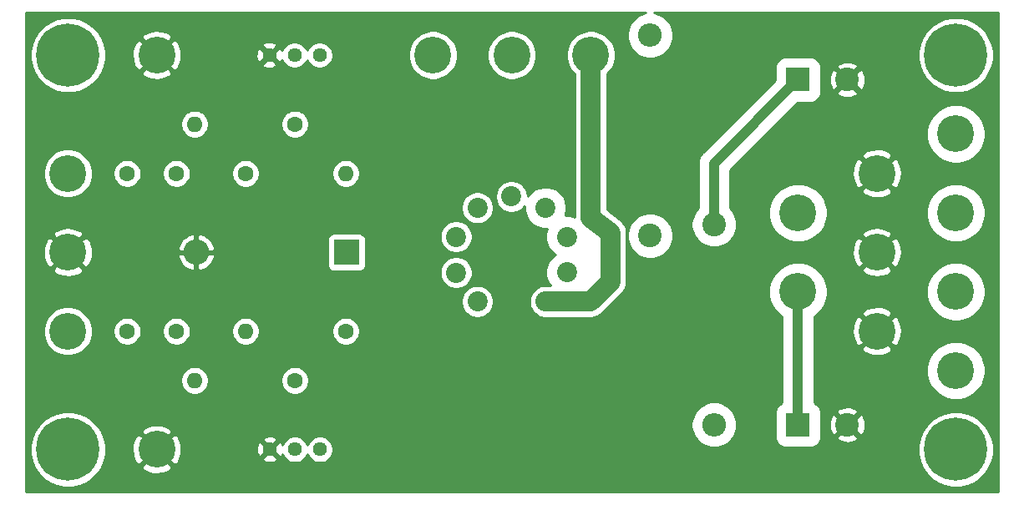
<source format=gbr>
%TF.GenerationSoftware,KiCad,Pcbnew,5.1.6-c6e7f7d~87~ubuntu20.04.1*%
%TF.CreationDate,2020-08-29T22:12:38-04:00*%
%TF.ProjectId,Tube AMP GU17 Power Output Stage,54756265-2041-44d5-9020-475531372050,rev?*%
%TF.SameCoordinates,Original*%
%TF.FileFunction,Copper,L2,Bot*%
%TF.FilePolarity,Positive*%
%FSLAX46Y46*%
G04 Gerber Fmt 4.6, Leading zero omitted, Abs format (unit mm)*
G04 Created by KiCad (PCBNEW 5.1.6-c6e7f7d~87~ubuntu20.04.1) date 2020-08-29 22:12:38*
%MOMM*%
%LPD*%
G01*
G04 APERTURE LIST*
%TA.AperFunction,ComponentPad*%
%ADD10C,3.740000*%
%TD*%
%TA.AperFunction,ComponentPad*%
%ADD11C,1.440000*%
%TD*%
%TA.AperFunction,ComponentPad*%
%ADD12O,2.600000X2.600000*%
%TD*%
%TA.AperFunction,ComponentPad*%
%ADD13R,2.600000X2.600000*%
%TD*%
%TA.AperFunction,ComponentPad*%
%ADD14C,0.800000*%
%TD*%
%TA.AperFunction,ComponentPad*%
%ADD15C,6.400000*%
%TD*%
%TA.AperFunction,ComponentPad*%
%ADD16O,1.600000X1.600000*%
%TD*%
%TA.AperFunction,ComponentPad*%
%ADD17C,1.600000*%
%TD*%
%TA.AperFunction,ComponentPad*%
%ADD18C,2.030000*%
%TD*%
%TA.AperFunction,ComponentPad*%
%ADD19O,2.400000X2.400000*%
%TD*%
%TA.AperFunction,ComponentPad*%
%ADD20C,2.400000*%
%TD*%
%TA.AperFunction,ComponentPad*%
%ADD21R,2.400000X2.400000*%
%TD*%
%TA.AperFunction,Conductor*%
%ADD22C,1.000000*%
%TD*%
%TA.AperFunction,Conductor*%
%ADD23C,2.000000*%
%TD*%
%TA.AperFunction,Conductor*%
%ADD24C,0.254000*%
%TD*%
G04 APERTURE END LIST*
D10*
%TO.P,J17,1*%
%TO.N,VSS*%
X146000000Y-93000000D03*
%TD*%
D11*
%TO.P,RV2,3*%
%TO.N,GND*%
X92420000Y-77000000D03*
%TO.P,RV2,2*%
%TO.N,Net-(R2-Pad1)*%
X94960000Y-77000000D03*
%TO.P,RV2,1*%
%TO.N,Net-(D1-Pad1)*%
X97500000Y-77000000D03*
%TD*%
%TO.P,RV1,3*%
%TO.N,GND*%
X92460000Y-117000000D03*
%TO.P,RV1,2*%
%TO.N,Net-(R1-Pad1)*%
X95000000Y-117000000D03*
%TO.P,RV1,1*%
%TO.N,Net-(D1-Pad1)*%
X97540000Y-117000000D03*
%TD*%
D12*
%TO.P,D1,2*%
%TO.N,GND*%
X85000000Y-97000000D03*
D13*
%TO.P,D1,1*%
%TO.N,Net-(D1-Pad1)*%
X100240000Y-97000000D03*
%TD*%
D10*
%TO.P,J16,1*%
%TO.N,VS*%
X162000000Y-93000000D03*
%TD*%
%TO.P,J15,1*%
%TO.N,Net-(J15-Pad1)*%
X117000000Y-77000000D03*
%TD*%
%TO.P,J14,1*%
%TO.N,Net-(J14-Pad1)*%
X125000000Y-77000000D03*
%TD*%
%TO.P,J13,1*%
%TO.N,Net-(J13-Pad1)*%
X109000000Y-77000000D03*
%TD*%
D14*
%TO.P,H4,1*%
%TO.N,Net-(H4-Pad1)*%
X73697056Y-115302944D03*
X72000000Y-114600000D03*
X70302944Y-115302944D03*
X69600000Y-117000000D03*
X70302944Y-118697056D03*
X72000000Y-119400000D03*
X73697056Y-118697056D03*
X74400000Y-117000000D03*
D15*
X72000000Y-117000000D03*
%TD*%
D14*
%TO.P,H3,1*%
%TO.N,Net-(H3-Pad1)*%
X163697056Y-115302944D03*
X162000000Y-114600000D03*
X160302944Y-115302944D03*
X159600000Y-117000000D03*
X160302944Y-118697056D03*
X162000000Y-119400000D03*
X163697056Y-118697056D03*
X164400000Y-117000000D03*
D15*
X162000000Y-117000000D03*
%TD*%
D14*
%TO.P,H2,1*%
%TO.N,Net-(H2-Pad1)*%
X163697056Y-75302944D03*
X162000000Y-74600000D03*
X160302944Y-75302944D03*
X159600000Y-77000000D03*
X160302944Y-78697056D03*
X162000000Y-79400000D03*
X163697056Y-78697056D03*
X164400000Y-77000000D03*
D15*
X162000000Y-77000000D03*
%TD*%
D14*
%TO.P,H1,1*%
%TO.N,Net-(H1-Pad1)*%
X73697056Y-75302944D03*
X72000000Y-74600000D03*
X70302944Y-75302944D03*
X69600000Y-77000000D03*
X70302944Y-78697056D03*
X72000000Y-79400000D03*
X73697056Y-78697056D03*
X74400000Y-77000000D03*
D15*
X72000000Y-77000000D03*
%TD*%
D16*
%TO.P,R7,2*%
%TO.N,Net-(R7-Pad2)*%
X100160000Y-89000000D03*
D17*
%TO.P,R7,1*%
%TO.N,Net-(C2-Pad2)*%
X90000000Y-89000000D03*
%TD*%
D16*
%TO.P,R3,2*%
%TO.N,Net-(C1-Pad2)*%
X90000000Y-105000000D03*
D17*
%TO.P,R3,1*%
%TO.N,Net-(R3-Pad1)*%
X100160000Y-105000000D03*
%TD*%
D16*
%TO.P,R2,2*%
%TO.N,Net-(C2-Pad2)*%
X84840000Y-84000000D03*
D17*
%TO.P,R2,1*%
%TO.N,Net-(R2-Pad1)*%
X95000000Y-84000000D03*
%TD*%
D16*
%TO.P,R1,2*%
%TO.N,Net-(C1-Pad2)*%
X84840000Y-110000000D03*
D17*
%TO.P,R1,1*%
%TO.N,Net-(R1-Pad1)*%
X95000000Y-110000000D03*
%TD*%
D10*
%TO.P,J12,1*%
%TO.N,Net-(J12-Pad1)*%
X162000000Y-109000000D03*
%TD*%
%TO.P,J11,1*%
%TO.N,VS*%
X162000000Y-101000000D03*
%TD*%
%TO.P,J10,1*%
%TO.N,Net-(J10-Pad1)*%
X162000000Y-85000000D03*
%TD*%
%TO.P,J9,1*%
%TO.N,GND*%
X154000000Y-89000000D03*
%TD*%
%TO.P,J8,1*%
%TO.N,VSS*%
X146000000Y-101000000D03*
%TD*%
%TO.P,J7,1*%
%TO.N,GND*%
X154000000Y-97000000D03*
%TD*%
%TO.P,J6,1*%
%TO.N,GND*%
X154000000Y-105000000D03*
%TD*%
%TO.P,J5,1*%
%TO.N,GND*%
X81000000Y-117000000D03*
%TD*%
%TO.P,J4,1*%
%TO.N,GND*%
X81000000Y-77000000D03*
%TD*%
D18*
%TO.P,V1,9*%
%TO.N,Net-(J14-Pad1)*%
X120410000Y-102000000D03*
%TO.P,V1,8*%
%TO.N,Net-(J12-Pad1)*%
X122560000Y-99030000D03*
%TO.P,V1,7*%
%TO.N,Net-(R4-Pad1)*%
X122560000Y-95420000D03*
%TO.P,V1,6*%
%TO.N,Net-(J10-Pad1)*%
X120410000Y-92490000D03*
%TO.P,V1,5*%
%TO.N,Net-(J15-Pad1)*%
X116950000Y-91350000D03*
%TO.P,V1,4*%
%TO.N,Net-(J13-Pad1)*%
X113500000Y-92490000D03*
%TO.P,V1,3*%
%TO.N,Net-(R7-Pad2)*%
X111350000Y-95420000D03*
%TO.P,V1,2*%
%TO.N,Net-(D1-Pad1)*%
X111350000Y-99070000D03*
%TO.P,V1,1*%
%TO.N,Net-(R3-Pad1)*%
X113500000Y-102000000D03*
%TD*%
D19*
%TO.P,R5,2*%
%TO.N,VSS*%
X137500000Y-114500000D03*
D20*
%TO.P,R5,1*%
%TO.N,Net-(C4-Pad1)*%
X137500000Y-94180000D03*
%TD*%
D19*
%TO.P,R4,2*%
%TO.N,Net-(C4-Pad1)*%
X131000000Y-75000000D03*
D20*
%TO.P,R4,1*%
%TO.N,Net-(R4-Pad1)*%
X131000000Y-95320000D03*
%TD*%
D10*
%TO.P,J3,1*%
%TO.N,Net-(C1-Pad1)*%
X72000000Y-105000000D03*
%TD*%
%TO.P,J2,1*%
%TO.N,GND*%
X72000000Y-97000000D03*
%TD*%
%TO.P,J1,1*%
%TO.N,Net-(C2-Pad1)*%
X72000000Y-89000000D03*
%TD*%
D20*
%TO.P,C5,2*%
%TO.N,GND*%
X151000000Y-114500000D03*
D21*
%TO.P,C5,1*%
%TO.N,VSS*%
X146000000Y-114500000D03*
%TD*%
D20*
%TO.P,C4,2*%
%TO.N,GND*%
X151000000Y-79500000D03*
D21*
%TO.P,C4,1*%
%TO.N,Net-(C4-Pad1)*%
X146000000Y-79500000D03*
%TD*%
D17*
%TO.P,C2,2*%
%TO.N,Net-(C2-Pad2)*%
X83000000Y-89000000D03*
%TO.P,C2,1*%
%TO.N,Net-(C2-Pad1)*%
X78000000Y-89000000D03*
%TD*%
%TO.P,C1,2*%
%TO.N,Net-(C1-Pad2)*%
X83000000Y-105000000D03*
%TO.P,C1,1*%
%TO.N,Net-(C1-Pad1)*%
X78000000Y-105000000D03*
%TD*%
D22*
%TO.N,Net-(C4-Pad1)*%
X137500000Y-88000000D02*
X146000000Y-79500000D01*
X137500000Y-94180000D02*
X137500000Y-88000000D01*
%TO.N,VSS*%
X146000000Y-101000000D02*
X146000000Y-114500000D01*
D23*
%TO.N,Net-(J14-Pad1)*%
X120410000Y-102000000D02*
X125000000Y-102000000D01*
X125000000Y-102000000D02*
X127000000Y-100000000D01*
X127000000Y-100000000D02*
X127000000Y-95000000D01*
X125000000Y-93500000D02*
X125000000Y-77000000D01*
X127000000Y-95000000D02*
X125000000Y-93500000D01*
%TD*%
D24*
%TO.N,GND*%
G36*
X130321239Y-72762426D02*
G01*
X129897752Y-72937840D01*
X129516624Y-73192501D01*
X129192501Y-73516624D01*
X128937840Y-73897752D01*
X128762426Y-74321239D01*
X128673000Y-74770811D01*
X128673000Y-75229189D01*
X128762426Y-75678761D01*
X128937840Y-76102248D01*
X129192501Y-76483376D01*
X129516624Y-76807499D01*
X129897752Y-77062160D01*
X130321239Y-77237574D01*
X130770811Y-77327000D01*
X131229189Y-77327000D01*
X131678761Y-77237574D01*
X132102248Y-77062160D01*
X132483376Y-76807499D01*
X132668590Y-76622285D01*
X158165000Y-76622285D01*
X158165000Y-77377715D01*
X158312377Y-78118628D01*
X158601467Y-78816554D01*
X159021161Y-79444670D01*
X159555330Y-79978839D01*
X160183446Y-80398533D01*
X160881372Y-80687623D01*
X161622285Y-80835000D01*
X162377715Y-80835000D01*
X163118628Y-80687623D01*
X163816554Y-80398533D01*
X164444670Y-79978839D01*
X164978839Y-79444670D01*
X165398533Y-78816554D01*
X165687623Y-78118628D01*
X165835000Y-77377715D01*
X165835000Y-76622285D01*
X165687623Y-75881372D01*
X165398533Y-75183446D01*
X164978839Y-74555330D01*
X164444670Y-74021161D01*
X163816554Y-73601467D01*
X163118628Y-73312377D01*
X162377715Y-73165000D01*
X161622285Y-73165000D01*
X160881372Y-73312377D01*
X160183446Y-73601467D01*
X159555330Y-74021161D01*
X159021161Y-74555330D01*
X158601467Y-75183446D01*
X158312377Y-75881372D01*
X158165000Y-76622285D01*
X132668590Y-76622285D01*
X132807499Y-76483376D01*
X133062160Y-76102248D01*
X133237574Y-75678761D01*
X133327000Y-75229189D01*
X133327000Y-74770811D01*
X133237574Y-74321239D01*
X133062160Y-73897752D01*
X132807499Y-73516624D01*
X132483376Y-73192501D01*
X132102248Y-72937840D01*
X131678761Y-72762426D01*
X131415199Y-72710000D01*
X166290000Y-72710000D01*
X166290001Y-121290000D01*
X67710000Y-121290000D01*
X67710000Y-116622285D01*
X68165000Y-116622285D01*
X68165000Y-117377715D01*
X68312377Y-118118628D01*
X68601467Y-118816554D01*
X69021161Y-119444670D01*
X69555330Y-119978839D01*
X70183446Y-120398533D01*
X70881372Y-120687623D01*
X71622285Y-120835000D01*
X72377715Y-120835000D01*
X73118628Y-120687623D01*
X73816554Y-120398533D01*
X74444670Y-119978839D01*
X74978839Y-119444670D01*
X75398533Y-118816554D01*
X75424028Y-118755003D01*
X79424602Y-118755003D01*
X79625103Y-119108448D01*
X80062859Y-119336164D01*
X80536629Y-119474102D01*
X81028206Y-119516962D01*
X81518700Y-119463096D01*
X81989259Y-119314575D01*
X82374897Y-119108448D01*
X82575398Y-118755003D01*
X81000000Y-117179605D01*
X79424602Y-118755003D01*
X75424028Y-118755003D01*
X75687623Y-118118628D01*
X75835000Y-117377715D01*
X75835000Y-117028206D01*
X78483038Y-117028206D01*
X78536904Y-117518700D01*
X78685425Y-117989259D01*
X78891552Y-118374897D01*
X79244997Y-118575398D01*
X80820395Y-117000000D01*
X81179605Y-117000000D01*
X82755003Y-118575398D01*
X83108448Y-118374897D01*
X83336164Y-117937141D01*
X83336624Y-117935560D01*
X91704045Y-117935560D01*
X91765932Y-118171368D01*
X92007790Y-118284266D01*
X92267027Y-118347811D01*
X92533680Y-118359561D01*
X92797501Y-118319063D01*
X93048353Y-118227875D01*
X93154068Y-118171368D01*
X93215955Y-117935560D01*
X92460000Y-117179605D01*
X91704045Y-117935560D01*
X83336624Y-117935560D01*
X83474102Y-117463371D01*
X83508078Y-117073680D01*
X91100439Y-117073680D01*
X91140937Y-117337501D01*
X91232125Y-117588353D01*
X91288632Y-117694068D01*
X91524440Y-117755955D01*
X92280395Y-117000000D01*
X92639605Y-117000000D01*
X93395560Y-117755955D01*
X93631368Y-117694068D01*
X93731764Y-117478993D01*
X93799215Y-117641833D01*
X93947503Y-117863762D01*
X94136238Y-118052497D01*
X94358167Y-118200785D01*
X94604761Y-118302928D01*
X94866544Y-118355000D01*
X95133456Y-118355000D01*
X95395239Y-118302928D01*
X95641833Y-118200785D01*
X95863762Y-118052497D01*
X96052497Y-117863762D01*
X96200785Y-117641833D01*
X96270000Y-117474734D01*
X96339215Y-117641833D01*
X96487503Y-117863762D01*
X96676238Y-118052497D01*
X96898167Y-118200785D01*
X97144761Y-118302928D01*
X97406544Y-118355000D01*
X97673456Y-118355000D01*
X97935239Y-118302928D01*
X98181833Y-118200785D01*
X98403762Y-118052497D01*
X98592497Y-117863762D01*
X98740785Y-117641833D01*
X98842928Y-117395239D01*
X98895000Y-117133456D01*
X98895000Y-116866544D01*
X98842928Y-116604761D01*
X98740785Y-116358167D01*
X98592497Y-116136238D01*
X98403762Y-115947503D01*
X98181833Y-115799215D01*
X97935239Y-115697072D01*
X97673456Y-115645000D01*
X97406544Y-115645000D01*
X97144761Y-115697072D01*
X96898167Y-115799215D01*
X96676238Y-115947503D01*
X96487503Y-116136238D01*
X96339215Y-116358167D01*
X96270000Y-116525266D01*
X96200785Y-116358167D01*
X96052497Y-116136238D01*
X95863762Y-115947503D01*
X95641833Y-115799215D01*
X95395239Y-115697072D01*
X95133456Y-115645000D01*
X94866544Y-115645000D01*
X94604761Y-115697072D01*
X94358167Y-115799215D01*
X94136238Y-115947503D01*
X93947503Y-116136238D01*
X93799215Y-116358167D01*
X93729562Y-116526324D01*
X93687875Y-116411647D01*
X93631368Y-116305932D01*
X93395560Y-116244045D01*
X92639605Y-117000000D01*
X92280395Y-117000000D01*
X91524440Y-116244045D01*
X91288632Y-116305932D01*
X91175734Y-116547790D01*
X91112189Y-116807027D01*
X91100439Y-117073680D01*
X83508078Y-117073680D01*
X83516962Y-116971794D01*
X83463096Y-116481300D01*
X83331524Y-116064440D01*
X91704045Y-116064440D01*
X92460000Y-116820395D01*
X93215955Y-116064440D01*
X93154068Y-115828632D01*
X92912210Y-115715734D01*
X92652973Y-115652189D01*
X92386320Y-115640439D01*
X92122499Y-115680937D01*
X91871647Y-115772125D01*
X91765932Y-115828632D01*
X91704045Y-116064440D01*
X83331524Y-116064440D01*
X83314575Y-116010741D01*
X83108448Y-115625103D01*
X82755003Y-115424602D01*
X81179605Y-117000000D01*
X80820395Y-117000000D01*
X79244997Y-115424602D01*
X78891552Y-115625103D01*
X78663836Y-116062859D01*
X78525898Y-116536629D01*
X78483038Y-117028206D01*
X75835000Y-117028206D01*
X75835000Y-116622285D01*
X75687623Y-115881372D01*
X75424029Y-115244997D01*
X79424602Y-115244997D01*
X81000000Y-116820395D01*
X82575398Y-115244997D01*
X82374897Y-114891552D01*
X81937141Y-114663836D01*
X81463371Y-114525898D01*
X80971794Y-114483038D01*
X80481300Y-114536904D01*
X80010741Y-114685425D01*
X79625103Y-114891552D01*
X79424602Y-115244997D01*
X75424029Y-115244997D01*
X75398533Y-115183446D01*
X74978839Y-114555330D01*
X74694320Y-114270811D01*
X135173000Y-114270811D01*
X135173000Y-114729189D01*
X135262426Y-115178761D01*
X135437840Y-115602248D01*
X135692501Y-115983376D01*
X136016624Y-116307499D01*
X136397752Y-116562160D01*
X136821239Y-116737574D01*
X137270811Y-116827000D01*
X137729189Y-116827000D01*
X138178761Y-116737574D01*
X138602248Y-116562160D01*
X138983376Y-116307499D01*
X139307499Y-115983376D01*
X139562160Y-115602248D01*
X139737574Y-115178761D01*
X139827000Y-114729189D01*
X139827000Y-114270811D01*
X139737574Y-113821239D01*
X139562160Y-113397752D01*
X139307499Y-113016624D01*
X138983376Y-112692501D01*
X138602248Y-112437840D01*
X138178761Y-112262426D01*
X137729189Y-112173000D01*
X137270811Y-112173000D01*
X136821239Y-112262426D01*
X136397752Y-112437840D01*
X136016624Y-112692501D01*
X135692501Y-113016624D01*
X135437840Y-113397752D01*
X135262426Y-113821239D01*
X135173000Y-114270811D01*
X74694320Y-114270811D01*
X74444670Y-114021161D01*
X73816554Y-113601467D01*
X73118628Y-113312377D01*
X72377715Y-113165000D01*
X71622285Y-113165000D01*
X70881372Y-113312377D01*
X70183446Y-113601467D01*
X69555330Y-114021161D01*
X69021161Y-114555330D01*
X68601467Y-115183446D01*
X68312377Y-115881372D01*
X68165000Y-116622285D01*
X67710000Y-116622285D01*
X67710000Y-109858665D01*
X83405000Y-109858665D01*
X83405000Y-110141335D01*
X83460147Y-110418574D01*
X83568320Y-110679727D01*
X83725363Y-110914759D01*
X83925241Y-111114637D01*
X84160273Y-111271680D01*
X84421426Y-111379853D01*
X84698665Y-111435000D01*
X84981335Y-111435000D01*
X85258574Y-111379853D01*
X85519727Y-111271680D01*
X85754759Y-111114637D01*
X85954637Y-110914759D01*
X86111680Y-110679727D01*
X86219853Y-110418574D01*
X86275000Y-110141335D01*
X86275000Y-109858665D01*
X93565000Y-109858665D01*
X93565000Y-110141335D01*
X93620147Y-110418574D01*
X93728320Y-110679727D01*
X93885363Y-110914759D01*
X94085241Y-111114637D01*
X94320273Y-111271680D01*
X94581426Y-111379853D01*
X94858665Y-111435000D01*
X95141335Y-111435000D01*
X95418574Y-111379853D01*
X95679727Y-111271680D01*
X95914759Y-111114637D01*
X96114637Y-110914759D01*
X96271680Y-110679727D01*
X96379853Y-110418574D01*
X96435000Y-110141335D01*
X96435000Y-109858665D01*
X96379853Y-109581426D01*
X96271680Y-109320273D01*
X96114637Y-109085241D01*
X95914759Y-108885363D01*
X95679727Y-108728320D01*
X95418574Y-108620147D01*
X95141335Y-108565000D01*
X94858665Y-108565000D01*
X94581426Y-108620147D01*
X94320273Y-108728320D01*
X94085241Y-108885363D01*
X93885363Y-109085241D01*
X93728320Y-109320273D01*
X93620147Y-109581426D01*
X93565000Y-109858665D01*
X86275000Y-109858665D01*
X86219853Y-109581426D01*
X86111680Y-109320273D01*
X85954637Y-109085241D01*
X85754759Y-108885363D01*
X85519727Y-108728320D01*
X85258574Y-108620147D01*
X84981335Y-108565000D01*
X84698665Y-108565000D01*
X84421426Y-108620147D01*
X84160273Y-108728320D01*
X83925241Y-108885363D01*
X83725363Y-109085241D01*
X83568320Y-109320273D01*
X83460147Y-109581426D01*
X83405000Y-109858665D01*
X67710000Y-109858665D01*
X67710000Y-104753279D01*
X69495000Y-104753279D01*
X69495000Y-105246721D01*
X69591265Y-105730682D01*
X69780097Y-106186563D01*
X70054239Y-106596845D01*
X70403155Y-106945761D01*
X70813437Y-107219903D01*
X71269318Y-107408735D01*
X71753279Y-107505000D01*
X72246721Y-107505000D01*
X72730682Y-107408735D01*
X73186563Y-107219903D01*
X73596845Y-106945761D01*
X73945761Y-106596845D01*
X74219903Y-106186563D01*
X74408735Y-105730682D01*
X74505000Y-105246721D01*
X74505000Y-104858665D01*
X76565000Y-104858665D01*
X76565000Y-105141335D01*
X76620147Y-105418574D01*
X76728320Y-105679727D01*
X76885363Y-105914759D01*
X77085241Y-106114637D01*
X77320273Y-106271680D01*
X77581426Y-106379853D01*
X77858665Y-106435000D01*
X78141335Y-106435000D01*
X78418574Y-106379853D01*
X78679727Y-106271680D01*
X78914759Y-106114637D01*
X79114637Y-105914759D01*
X79271680Y-105679727D01*
X79379853Y-105418574D01*
X79435000Y-105141335D01*
X79435000Y-104858665D01*
X81565000Y-104858665D01*
X81565000Y-105141335D01*
X81620147Y-105418574D01*
X81728320Y-105679727D01*
X81885363Y-105914759D01*
X82085241Y-106114637D01*
X82320273Y-106271680D01*
X82581426Y-106379853D01*
X82858665Y-106435000D01*
X83141335Y-106435000D01*
X83418574Y-106379853D01*
X83679727Y-106271680D01*
X83914759Y-106114637D01*
X84114637Y-105914759D01*
X84271680Y-105679727D01*
X84379853Y-105418574D01*
X84435000Y-105141335D01*
X84435000Y-104858665D01*
X88565000Y-104858665D01*
X88565000Y-105141335D01*
X88620147Y-105418574D01*
X88728320Y-105679727D01*
X88885363Y-105914759D01*
X89085241Y-106114637D01*
X89320273Y-106271680D01*
X89581426Y-106379853D01*
X89858665Y-106435000D01*
X90141335Y-106435000D01*
X90418574Y-106379853D01*
X90679727Y-106271680D01*
X90914759Y-106114637D01*
X91114637Y-105914759D01*
X91271680Y-105679727D01*
X91379853Y-105418574D01*
X91435000Y-105141335D01*
X91435000Y-104858665D01*
X98725000Y-104858665D01*
X98725000Y-105141335D01*
X98780147Y-105418574D01*
X98888320Y-105679727D01*
X99045363Y-105914759D01*
X99245241Y-106114637D01*
X99480273Y-106271680D01*
X99741426Y-106379853D01*
X100018665Y-106435000D01*
X100301335Y-106435000D01*
X100578574Y-106379853D01*
X100839727Y-106271680D01*
X101074759Y-106114637D01*
X101274637Y-105914759D01*
X101431680Y-105679727D01*
X101539853Y-105418574D01*
X101595000Y-105141335D01*
X101595000Y-104858665D01*
X101539853Y-104581426D01*
X101431680Y-104320273D01*
X101274637Y-104085241D01*
X101074759Y-103885363D01*
X100839727Y-103728320D01*
X100578574Y-103620147D01*
X100301335Y-103565000D01*
X100018665Y-103565000D01*
X99741426Y-103620147D01*
X99480273Y-103728320D01*
X99245241Y-103885363D01*
X99045363Y-104085241D01*
X98888320Y-104320273D01*
X98780147Y-104581426D01*
X98725000Y-104858665D01*
X91435000Y-104858665D01*
X91379853Y-104581426D01*
X91271680Y-104320273D01*
X91114637Y-104085241D01*
X90914759Y-103885363D01*
X90679727Y-103728320D01*
X90418574Y-103620147D01*
X90141335Y-103565000D01*
X89858665Y-103565000D01*
X89581426Y-103620147D01*
X89320273Y-103728320D01*
X89085241Y-103885363D01*
X88885363Y-104085241D01*
X88728320Y-104320273D01*
X88620147Y-104581426D01*
X88565000Y-104858665D01*
X84435000Y-104858665D01*
X84379853Y-104581426D01*
X84271680Y-104320273D01*
X84114637Y-104085241D01*
X83914759Y-103885363D01*
X83679727Y-103728320D01*
X83418574Y-103620147D01*
X83141335Y-103565000D01*
X82858665Y-103565000D01*
X82581426Y-103620147D01*
X82320273Y-103728320D01*
X82085241Y-103885363D01*
X81885363Y-104085241D01*
X81728320Y-104320273D01*
X81620147Y-104581426D01*
X81565000Y-104858665D01*
X79435000Y-104858665D01*
X79379853Y-104581426D01*
X79271680Y-104320273D01*
X79114637Y-104085241D01*
X78914759Y-103885363D01*
X78679727Y-103728320D01*
X78418574Y-103620147D01*
X78141335Y-103565000D01*
X77858665Y-103565000D01*
X77581426Y-103620147D01*
X77320273Y-103728320D01*
X77085241Y-103885363D01*
X76885363Y-104085241D01*
X76728320Y-104320273D01*
X76620147Y-104581426D01*
X76565000Y-104858665D01*
X74505000Y-104858665D01*
X74505000Y-104753279D01*
X74408735Y-104269318D01*
X74219903Y-103813437D01*
X73945761Y-103403155D01*
X73596845Y-103054239D01*
X73186563Y-102780097D01*
X72730682Y-102591265D01*
X72246721Y-102495000D01*
X71753279Y-102495000D01*
X71269318Y-102591265D01*
X70813437Y-102780097D01*
X70403155Y-103054239D01*
X70054239Y-103403155D01*
X69780097Y-103813437D01*
X69591265Y-104269318D01*
X69495000Y-104753279D01*
X67710000Y-104753279D01*
X67710000Y-101837489D01*
X111850000Y-101837489D01*
X111850000Y-102162511D01*
X111913408Y-102481287D01*
X112037789Y-102781568D01*
X112218361Y-103051814D01*
X112448186Y-103281639D01*
X112718432Y-103462211D01*
X113018713Y-103586592D01*
X113337489Y-103650000D01*
X113662511Y-103650000D01*
X113981287Y-103586592D01*
X114281568Y-103462211D01*
X114551814Y-103281639D01*
X114781639Y-103051814D01*
X114962211Y-102781568D01*
X115086592Y-102481287D01*
X115150000Y-102162511D01*
X115150000Y-101837489D01*
X115086592Y-101518713D01*
X114962211Y-101218432D01*
X114781639Y-100948186D01*
X114551814Y-100718361D01*
X114281568Y-100537789D01*
X113981287Y-100413408D01*
X113662511Y-100350000D01*
X113337489Y-100350000D01*
X113018713Y-100413408D01*
X112718432Y-100537789D01*
X112448186Y-100718361D01*
X112218361Y-100948186D01*
X112037789Y-101218432D01*
X111913408Y-101518713D01*
X111850000Y-101837489D01*
X67710000Y-101837489D01*
X67710000Y-98755003D01*
X70424602Y-98755003D01*
X70625103Y-99108448D01*
X71062859Y-99336164D01*
X71536629Y-99474102D01*
X72028206Y-99516962D01*
X72518700Y-99463096D01*
X72989259Y-99314575D01*
X73374897Y-99108448D01*
X73575398Y-98755003D01*
X72000000Y-97179605D01*
X70424602Y-98755003D01*
X67710000Y-98755003D01*
X67710000Y-97028206D01*
X69483038Y-97028206D01*
X69536904Y-97518700D01*
X69685425Y-97989259D01*
X69891552Y-98374897D01*
X70244997Y-98575398D01*
X71820395Y-97000000D01*
X72179605Y-97000000D01*
X73755003Y-98575398D01*
X74108448Y-98374897D01*
X74336164Y-97937141D01*
X74474102Y-97463371D01*
X74477230Y-97427484D01*
X83112811Y-97427484D01*
X83193358Y-97693028D01*
X83363275Y-98032170D01*
X83596091Y-98331646D01*
X83882858Y-98579948D01*
X84212556Y-98767533D01*
X84572515Y-98887193D01*
X84873000Y-98772082D01*
X84873000Y-97127000D01*
X85127000Y-97127000D01*
X85127000Y-98772082D01*
X85427485Y-98887193D01*
X85787444Y-98767533D01*
X86117142Y-98579948D01*
X86403909Y-98331646D01*
X86636725Y-98032170D01*
X86806642Y-97693028D01*
X86887189Y-97427484D01*
X86771704Y-97127000D01*
X85127000Y-97127000D01*
X84873000Y-97127000D01*
X83228296Y-97127000D01*
X83112811Y-97427484D01*
X74477230Y-97427484D01*
X74516962Y-96971794D01*
X74473114Y-96572516D01*
X83112811Y-96572516D01*
X83228296Y-96873000D01*
X84873000Y-96873000D01*
X84873000Y-95227918D01*
X85127000Y-95227918D01*
X85127000Y-96873000D01*
X86771704Y-96873000D01*
X86887189Y-96572516D01*
X86806642Y-96306972D01*
X86636725Y-95967830D01*
X86428511Y-95700000D01*
X98301928Y-95700000D01*
X98301928Y-98300000D01*
X98314188Y-98424482D01*
X98350498Y-98544180D01*
X98409463Y-98654494D01*
X98488815Y-98751185D01*
X98585506Y-98830537D01*
X98695820Y-98889502D01*
X98815518Y-98925812D01*
X98940000Y-98938072D01*
X101540000Y-98938072D01*
X101664482Y-98925812D01*
X101724884Y-98907489D01*
X109700000Y-98907489D01*
X109700000Y-99232511D01*
X109763408Y-99551287D01*
X109887789Y-99851568D01*
X110068361Y-100121814D01*
X110298186Y-100351639D01*
X110568432Y-100532211D01*
X110868713Y-100656592D01*
X111187489Y-100720000D01*
X111512511Y-100720000D01*
X111831287Y-100656592D01*
X112131568Y-100532211D01*
X112401814Y-100351639D01*
X112631639Y-100121814D01*
X112812211Y-99851568D01*
X112936592Y-99551287D01*
X113000000Y-99232511D01*
X113000000Y-98907489D01*
X112936592Y-98588713D01*
X112812211Y-98288432D01*
X112631639Y-98018186D01*
X112401814Y-97788361D01*
X112131568Y-97607789D01*
X111831287Y-97483408D01*
X111512511Y-97420000D01*
X111187489Y-97420000D01*
X110868713Y-97483408D01*
X110568432Y-97607789D01*
X110298186Y-97788361D01*
X110068361Y-98018186D01*
X109887789Y-98288432D01*
X109763408Y-98588713D01*
X109700000Y-98907489D01*
X101724884Y-98907489D01*
X101784180Y-98889502D01*
X101894494Y-98830537D01*
X101991185Y-98751185D01*
X102070537Y-98654494D01*
X102129502Y-98544180D01*
X102165812Y-98424482D01*
X102178072Y-98300000D01*
X102178072Y-95700000D01*
X102165812Y-95575518D01*
X102129502Y-95455820D01*
X102070537Y-95345506D01*
X101998304Y-95257489D01*
X109700000Y-95257489D01*
X109700000Y-95582511D01*
X109763408Y-95901287D01*
X109887789Y-96201568D01*
X110068361Y-96471814D01*
X110298186Y-96701639D01*
X110568432Y-96882211D01*
X110868713Y-97006592D01*
X111187489Y-97070000D01*
X111512511Y-97070000D01*
X111831287Y-97006592D01*
X112131568Y-96882211D01*
X112401814Y-96701639D01*
X112631639Y-96471814D01*
X112812211Y-96201568D01*
X112936592Y-95901287D01*
X113000000Y-95582511D01*
X113000000Y-95257489D01*
X112936592Y-94938713D01*
X112812211Y-94638432D01*
X112631639Y-94368186D01*
X112401814Y-94138361D01*
X112131568Y-93957789D01*
X111831287Y-93833408D01*
X111512511Y-93770000D01*
X111187489Y-93770000D01*
X110868713Y-93833408D01*
X110568432Y-93957789D01*
X110298186Y-94138361D01*
X110068361Y-94368186D01*
X109887789Y-94638432D01*
X109763408Y-94938713D01*
X109700000Y-95257489D01*
X101998304Y-95257489D01*
X101991185Y-95248815D01*
X101894494Y-95169463D01*
X101784180Y-95110498D01*
X101664482Y-95074188D01*
X101540000Y-95061928D01*
X98940000Y-95061928D01*
X98815518Y-95074188D01*
X98695820Y-95110498D01*
X98585506Y-95169463D01*
X98488815Y-95248815D01*
X98409463Y-95345506D01*
X98350498Y-95455820D01*
X98314188Y-95575518D01*
X98301928Y-95700000D01*
X86428511Y-95700000D01*
X86403909Y-95668354D01*
X86117142Y-95420052D01*
X85787444Y-95232467D01*
X85427485Y-95112807D01*
X85127000Y-95227918D01*
X84873000Y-95227918D01*
X84572515Y-95112807D01*
X84212556Y-95232467D01*
X83882858Y-95420052D01*
X83596091Y-95668354D01*
X83363275Y-95967830D01*
X83193358Y-96306972D01*
X83112811Y-96572516D01*
X74473114Y-96572516D01*
X74463096Y-96481300D01*
X74314575Y-96010741D01*
X74108448Y-95625103D01*
X73755003Y-95424602D01*
X72179605Y-97000000D01*
X71820395Y-97000000D01*
X70244997Y-95424602D01*
X69891552Y-95625103D01*
X69663836Y-96062859D01*
X69525898Y-96536629D01*
X69483038Y-97028206D01*
X67710000Y-97028206D01*
X67710000Y-95244997D01*
X70424602Y-95244997D01*
X72000000Y-96820395D01*
X73575398Y-95244997D01*
X73374897Y-94891552D01*
X72937141Y-94663836D01*
X72463371Y-94525898D01*
X71971794Y-94483038D01*
X71481300Y-94536904D01*
X71010741Y-94685425D01*
X70625103Y-94891552D01*
X70424602Y-95244997D01*
X67710000Y-95244997D01*
X67710000Y-92327489D01*
X111850000Y-92327489D01*
X111850000Y-92652511D01*
X111913408Y-92971287D01*
X112037789Y-93271568D01*
X112218361Y-93541814D01*
X112448186Y-93771639D01*
X112718432Y-93952211D01*
X113018713Y-94076592D01*
X113337489Y-94140000D01*
X113662511Y-94140000D01*
X113981287Y-94076592D01*
X114281568Y-93952211D01*
X114551814Y-93771639D01*
X114781639Y-93541814D01*
X114962211Y-93271568D01*
X115086592Y-92971287D01*
X115150000Y-92652511D01*
X115150000Y-92327489D01*
X115086592Y-92008713D01*
X114962211Y-91708432D01*
X114781639Y-91438186D01*
X114551814Y-91208361D01*
X114520577Y-91187489D01*
X115300000Y-91187489D01*
X115300000Y-91512511D01*
X115363408Y-91831287D01*
X115487789Y-92131568D01*
X115668361Y-92401814D01*
X115898186Y-92631639D01*
X116168432Y-92812211D01*
X116468713Y-92936592D01*
X116787489Y-93000000D01*
X117112511Y-93000000D01*
X117431287Y-92936592D01*
X117731568Y-92812211D01*
X118001814Y-92631639D01*
X118231639Y-92401814D01*
X118268000Y-92347396D01*
X118268000Y-92700969D01*
X118350316Y-93114798D01*
X118511784Y-93504617D01*
X118746200Y-93855445D01*
X119044555Y-94153800D01*
X119395383Y-94388216D01*
X119785202Y-94549684D01*
X120199031Y-94632000D01*
X120567916Y-94632000D01*
X120500316Y-94795202D01*
X120418000Y-95209031D01*
X120418000Y-95630969D01*
X120500316Y-96044798D01*
X120661784Y-96434617D01*
X120896200Y-96785445D01*
X121194555Y-97083800D01*
X121405876Y-97225000D01*
X121194555Y-97366200D01*
X120896200Y-97664555D01*
X120661784Y-98015383D01*
X120500316Y-98405202D01*
X120418000Y-98819031D01*
X120418000Y-99240969D01*
X120500316Y-99654798D01*
X120661784Y-100044617D01*
X120875857Y-100365000D01*
X120647922Y-100365000D01*
X120572511Y-100350000D01*
X120247489Y-100350000D01*
X119928713Y-100413408D01*
X119628432Y-100537789D01*
X119358186Y-100718361D01*
X119128361Y-100948186D01*
X118947789Y-101218432D01*
X118823408Y-101518713D01*
X118760000Y-101837489D01*
X118760000Y-102162511D01*
X118823408Y-102481287D01*
X118947789Y-102781568D01*
X119128361Y-103051814D01*
X119358186Y-103281639D01*
X119628432Y-103462211D01*
X119928713Y-103586592D01*
X120247489Y-103650000D01*
X120572511Y-103650000D01*
X120647922Y-103635000D01*
X124919681Y-103635000D01*
X125000000Y-103642911D01*
X125080319Y-103635000D01*
X125080322Y-103635000D01*
X125320516Y-103611343D01*
X125628715Y-103517852D01*
X125912752Y-103366031D01*
X126161714Y-103161714D01*
X126212925Y-103099313D01*
X128099320Y-101212919D01*
X128161714Y-101161714D01*
X128366031Y-100912752D01*
X128477172Y-100704821D01*
X143003000Y-100704821D01*
X143003000Y-101295179D01*
X143118173Y-101874193D01*
X143344093Y-102419612D01*
X143672078Y-102910476D01*
X144089524Y-103327922D01*
X144373000Y-103517335D01*
X144373001Y-112251817D01*
X144366629Y-112253750D01*
X144170843Y-112358400D01*
X143999235Y-112499235D01*
X143858400Y-112670843D01*
X143753750Y-112866629D01*
X143689307Y-113079069D01*
X143667547Y-113300000D01*
X143667547Y-115700000D01*
X143689307Y-115920931D01*
X143753750Y-116133371D01*
X143858400Y-116329157D01*
X143999235Y-116500765D01*
X144170843Y-116641600D01*
X144366629Y-116746250D01*
X144579069Y-116810693D01*
X144800000Y-116832453D01*
X147200000Y-116832453D01*
X147420931Y-116810693D01*
X147633371Y-116746250D01*
X147829157Y-116641600D01*
X147852692Y-116622285D01*
X158165000Y-116622285D01*
X158165000Y-117377715D01*
X158312377Y-118118628D01*
X158601467Y-118816554D01*
X159021161Y-119444670D01*
X159555330Y-119978839D01*
X160183446Y-120398533D01*
X160881372Y-120687623D01*
X161622285Y-120835000D01*
X162377715Y-120835000D01*
X163118628Y-120687623D01*
X163816554Y-120398533D01*
X164444670Y-119978839D01*
X164978839Y-119444670D01*
X165398533Y-118816554D01*
X165687623Y-118118628D01*
X165835000Y-117377715D01*
X165835000Y-116622285D01*
X165687623Y-115881372D01*
X165398533Y-115183446D01*
X164978839Y-114555330D01*
X164444670Y-114021161D01*
X163816554Y-113601467D01*
X163118628Y-113312377D01*
X162377715Y-113165000D01*
X161622285Y-113165000D01*
X160881372Y-113312377D01*
X160183446Y-113601467D01*
X159555330Y-114021161D01*
X159021161Y-114555330D01*
X158601467Y-115183446D01*
X158312377Y-115881372D01*
X158165000Y-116622285D01*
X147852692Y-116622285D01*
X148000765Y-116500765D01*
X148141600Y-116329157D01*
X148246250Y-116133371D01*
X148310693Y-115920931D01*
X148324772Y-115777980D01*
X149901626Y-115777980D01*
X150021514Y-116062836D01*
X150345210Y-116223699D01*
X150694069Y-116318322D01*
X151054684Y-116343067D01*
X151413198Y-116296985D01*
X151755833Y-116181846D01*
X151978486Y-116062836D01*
X152098374Y-115777980D01*
X151000000Y-114679605D01*
X149901626Y-115777980D01*
X148324772Y-115777980D01*
X148332453Y-115700000D01*
X148332453Y-114554684D01*
X149156933Y-114554684D01*
X149203015Y-114913198D01*
X149318154Y-115255833D01*
X149437164Y-115478486D01*
X149722020Y-115598374D01*
X150820395Y-114500000D01*
X151179605Y-114500000D01*
X152277980Y-115598374D01*
X152562836Y-115478486D01*
X152723699Y-115154790D01*
X152818322Y-114805931D01*
X152843067Y-114445316D01*
X152796985Y-114086802D01*
X152681846Y-113744167D01*
X152562836Y-113521514D01*
X152277980Y-113401626D01*
X151179605Y-114500000D01*
X150820395Y-114500000D01*
X149722020Y-113401626D01*
X149437164Y-113521514D01*
X149276301Y-113845210D01*
X149181678Y-114194069D01*
X149156933Y-114554684D01*
X148332453Y-114554684D01*
X148332453Y-113300000D01*
X148324773Y-113222020D01*
X149901626Y-113222020D01*
X151000000Y-114320395D01*
X152098374Y-113222020D01*
X151978486Y-112937164D01*
X151654790Y-112776301D01*
X151305931Y-112681678D01*
X150945316Y-112656933D01*
X150586802Y-112703015D01*
X150244167Y-112818154D01*
X150021514Y-112937164D01*
X149901626Y-113222020D01*
X148324773Y-113222020D01*
X148310693Y-113079069D01*
X148246250Y-112866629D01*
X148141600Y-112670843D01*
X148000765Y-112499235D01*
X147829157Y-112358400D01*
X147633371Y-112253750D01*
X147627000Y-112251817D01*
X147627000Y-108704821D01*
X159003000Y-108704821D01*
X159003000Y-109295179D01*
X159118173Y-109874193D01*
X159344093Y-110419612D01*
X159672078Y-110910476D01*
X160089524Y-111327922D01*
X160580388Y-111655907D01*
X161125807Y-111881827D01*
X161704821Y-111997000D01*
X162295179Y-111997000D01*
X162874193Y-111881827D01*
X163419612Y-111655907D01*
X163910476Y-111327922D01*
X164327922Y-110910476D01*
X164655907Y-110419612D01*
X164881827Y-109874193D01*
X164997000Y-109295179D01*
X164997000Y-108704821D01*
X164881827Y-108125807D01*
X164655907Y-107580388D01*
X164327922Y-107089524D01*
X163910476Y-106672078D01*
X163419612Y-106344093D01*
X162874193Y-106118173D01*
X162295179Y-106003000D01*
X161704821Y-106003000D01*
X161125807Y-106118173D01*
X160580388Y-106344093D01*
X160089524Y-106672078D01*
X159672078Y-107089524D01*
X159344093Y-107580388D01*
X159118173Y-108125807D01*
X159003000Y-108704821D01*
X147627000Y-108704821D01*
X147627000Y-106755003D01*
X152424602Y-106755003D01*
X152625103Y-107108448D01*
X153062859Y-107336164D01*
X153536629Y-107474102D01*
X154028206Y-107516962D01*
X154518700Y-107463096D01*
X154989259Y-107314575D01*
X155374897Y-107108448D01*
X155575398Y-106755003D01*
X154000000Y-105179605D01*
X152424602Y-106755003D01*
X147627000Y-106755003D01*
X147627000Y-105028206D01*
X151483038Y-105028206D01*
X151536904Y-105518700D01*
X151685425Y-105989259D01*
X151891552Y-106374897D01*
X152244997Y-106575398D01*
X153820395Y-105000000D01*
X154179605Y-105000000D01*
X155755003Y-106575398D01*
X156108448Y-106374897D01*
X156336164Y-105937141D01*
X156474102Y-105463371D01*
X156516962Y-104971794D01*
X156463096Y-104481300D01*
X156314575Y-104010741D01*
X156108448Y-103625103D01*
X155755003Y-103424602D01*
X154179605Y-105000000D01*
X153820395Y-105000000D01*
X152244997Y-103424602D01*
X151891552Y-103625103D01*
X151663836Y-104062859D01*
X151525898Y-104536629D01*
X151483038Y-105028206D01*
X147627000Y-105028206D01*
X147627000Y-103517335D01*
X147910476Y-103327922D01*
X147993401Y-103244997D01*
X152424602Y-103244997D01*
X154000000Y-104820395D01*
X155575398Y-103244997D01*
X155374897Y-102891552D01*
X154937141Y-102663836D01*
X154463371Y-102525898D01*
X153971794Y-102483038D01*
X153481300Y-102536904D01*
X153010741Y-102685425D01*
X152625103Y-102891552D01*
X152424602Y-103244997D01*
X147993401Y-103244997D01*
X148327922Y-102910476D01*
X148655907Y-102419612D01*
X148881827Y-101874193D01*
X148997000Y-101295179D01*
X148997000Y-100704821D01*
X159003000Y-100704821D01*
X159003000Y-101295179D01*
X159118173Y-101874193D01*
X159344093Y-102419612D01*
X159672078Y-102910476D01*
X160089524Y-103327922D01*
X160580388Y-103655907D01*
X161125807Y-103881827D01*
X161704821Y-103997000D01*
X162295179Y-103997000D01*
X162874193Y-103881827D01*
X163419612Y-103655907D01*
X163910476Y-103327922D01*
X164327922Y-102910476D01*
X164655907Y-102419612D01*
X164881827Y-101874193D01*
X164997000Y-101295179D01*
X164997000Y-100704821D01*
X164881827Y-100125807D01*
X164655907Y-99580388D01*
X164327922Y-99089524D01*
X163910476Y-98672078D01*
X163419612Y-98344093D01*
X162874193Y-98118173D01*
X162295179Y-98003000D01*
X161704821Y-98003000D01*
X161125807Y-98118173D01*
X160580388Y-98344093D01*
X160089524Y-98672078D01*
X159672078Y-99089524D01*
X159344093Y-99580388D01*
X159118173Y-100125807D01*
X159003000Y-100704821D01*
X148997000Y-100704821D01*
X148881827Y-100125807D01*
X148655907Y-99580388D01*
X148327922Y-99089524D01*
X147993401Y-98755003D01*
X152424602Y-98755003D01*
X152625103Y-99108448D01*
X153062859Y-99336164D01*
X153536629Y-99474102D01*
X154028206Y-99516962D01*
X154518700Y-99463096D01*
X154989259Y-99314575D01*
X155374897Y-99108448D01*
X155575398Y-98755003D01*
X154000000Y-97179605D01*
X152424602Y-98755003D01*
X147993401Y-98755003D01*
X147910476Y-98672078D01*
X147419612Y-98344093D01*
X146874193Y-98118173D01*
X146295179Y-98003000D01*
X145704821Y-98003000D01*
X145125807Y-98118173D01*
X144580388Y-98344093D01*
X144089524Y-98672078D01*
X143672078Y-99089524D01*
X143344093Y-99580388D01*
X143118173Y-100125807D01*
X143003000Y-100704821D01*
X128477172Y-100704821D01*
X128517852Y-100628715D01*
X128611343Y-100320516D01*
X128635000Y-100080322D01*
X128635000Y-100080320D01*
X128642911Y-100000001D01*
X128635000Y-99919681D01*
X128635000Y-95125016D01*
X128640261Y-95090811D01*
X128673000Y-95090811D01*
X128673000Y-95549189D01*
X128762426Y-95998761D01*
X128937840Y-96422248D01*
X129192501Y-96803376D01*
X129516624Y-97127499D01*
X129897752Y-97382160D01*
X130321239Y-97557574D01*
X130770811Y-97647000D01*
X131229189Y-97647000D01*
X131678761Y-97557574D01*
X132102248Y-97382160D01*
X132483376Y-97127499D01*
X132582669Y-97028206D01*
X151483038Y-97028206D01*
X151536904Y-97518700D01*
X151685425Y-97989259D01*
X151891552Y-98374897D01*
X152244997Y-98575398D01*
X153820395Y-97000000D01*
X154179605Y-97000000D01*
X155755003Y-98575398D01*
X156108448Y-98374897D01*
X156336164Y-97937141D01*
X156474102Y-97463371D01*
X156516962Y-96971794D01*
X156463096Y-96481300D01*
X156314575Y-96010741D01*
X156108448Y-95625103D01*
X155755003Y-95424602D01*
X154179605Y-97000000D01*
X153820395Y-97000000D01*
X152244997Y-95424602D01*
X151891552Y-95625103D01*
X151663836Y-96062859D01*
X151525898Y-96536629D01*
X151483038Y-97028206D01*
X132582669Y-97028206D01*
X132807499Y-96803376D01*
X133062160Y-96422248D01*
X133237574Y-95998761D01*
X133327000Y-95549189D01*
X133327000Y-95090811D01*
X133237574Y-94641239D01*
X133062160Y-94217752D01*
X132883797Y-93950811D01*
X135173000Y-93950811D01*
X135173000Y-94409189D01*
X135262426Y-94858761D01*
X135437840Y-95282248D01*
X135692501Y-95663376D01*
X136016624Y-95987499D01*
X136397752Y-96242160D01*
X136821239Y-96417574D01*
X137270811Y-96507000D01*
X137729189Y-96507000D01*
X138178761Y-96417574D01*
X138602248Y-96242160D01*
X138983376Y-95987499D01*
X139307499Y-95663376D01*
X139562160Y-95282248D01*
X139737574Y-94858761D01*
X139827000Y-94409189D01*
X139827000Y-93950811D01*
X139737574Y-93501239D01*
X139562160Y-93077752D01*
X139312977Y-92704821D01*
X143003000Y-92704821D01*
X143003000Y-93295179D01*
X143118173Y-93874193D01*
X143344093Y-94419612D01*
X143672078Y-94910476D01*
X144089524Y-95327922D01*
X144580388Y-95655907D01*
X145125807Y-95881827D01*
X145704821Y-95997000D01*
X146295179Y-95997000D01*
X146874193Y-95881827D01*
X147419612Y-95655907D01*
X147910476Y-95327922D01*
X147993401Y-95244997D01*
X152424602Y-95244997D01*
X154000000Y-96820395D01*
X155575398Y-95244997D01*
X155374897Y-94891552D01*
X154937141Y-94663836D01*
X154463371Y-94525898D01*
X153971794Y-94483038D01*
X153481300Y-94536904D01*
X153010741Y-94685425D01*
X152625103Y-94891552D01*
X152424602Y-95244997D01*
X147993401Y-95244997D01*
X148327922Y-94910476D01*
X148655907Y-94419612D01*
X148881827Y-93874193D01*
X148997000Y-93295179D01*
X148997000Y-92704821D01*
X159003000Y-92704821D01*
X159003000Y-93295179D01*
X159118173Y-93874193D01*
X159344093Y-94419612D01*
X159672078Y-94910476D01*
X160089524Y-95327922D01*
X160580388Y-95655907D01*
X161125807Y-95881827D01*
X161704821Y-95997000D01*
X162295179Y-95997000D01*
X162874193Y-95881827D01*
X163419612Y-95655907D01*
X163910476Y-95327922D01*
X164327922Y-94910476D01*
X164655907Y-94419612D01*
X164881827Y-93874193D01*
X164997000Y-93295179D01*
X164997000Y-92704821D01*
X164881827Y-92125807D01*
X164655907Y-91580388D01*
X164327922Y-91089524D01*
X163910476Y-90672078D01*
X163419612Y-90344093D01*
X162874193Y-90118173D01*
X162295179Y-90003000D01*
X161704821Y-90003000D01*
X161125807Y-90118173D01*
X160580388Y-90344093D01*
X160089524Y-90672078D01*
X159672078Y-91089524D01*
X159344093Y-91580388D01*
X159118173Y-92125807D01*
X159003000Y-92704821D01*
X148997000Y-92704821D01*
X148881827Y-92125807D01*
X148655907Y-91580388D01*
X148327922Y-91089524D01*
X147993401Y-90755003D01*
X152424602Y-90755003D01*
X152625103Y-91108448D01*
X153062859Y-91336164D01*
X153536629Y-91474102D01*
X154028206Y-91516962D01*
X154518700Y-91463096D01*
X154989259Y-91314575D01*
X155374897Y-91108448D01*
X155575398Y-90755003D01*
X154000000Y-89179605D01*
X152424602Y-90755003D01*
X147993401Y-90755003D01*
X147910476Y-90672078D01*
X147419612Y-90344093D01*
X146874193Y-90118173D01*
X146295179Y-90003000D01*
X145704821Y-90003000D01*
X145125807Y-90118173D01*
X144580388Y-90344093D01*
X144089524Y-90672078D01*
X143672078Y-91089524D01*
X143344093Y-91580388D01*
X143118173Y-92125807D01*
X143003000Y-92704821D01*
X139312977Y-92704821D01*
X139307499Y-92696624D01*
X139127000Y-92516125D01*
X139127000Y-89028206D01*
X151483038Y-89028206D01*
X151536904Y-89518700D01*
X151685425Y-89989259D01*
X151891552Y-90374897D01*
X152244997Y-90575398D01*
X153820395Y-89000000D01*
X154179605Y-89000000D01*
X155755003Y-90575398D01*
X156108448Y-90374897D01*
X156336164Y-89937141D01*
X156474102Y-89463371D01*
X156516962Y-88971794D01*
X156463096Y-88481300D01*
X156314575Y-88010741D01*
X156108448Y-87625103D01*
X155755003Y-87424602D01*
X154179605Y-89000000D01*
X153820395Y-89000000D01*
X152244997Y-87424602D01*
X151891552Y-87625103D01*
X151663836Y-88062859D01*
X151525898Y-88536629D01*
X151483038Y-89028206D01*
X139127000Y-89028206D01*
X139127000Y-88673925D01*
X140555928Y-87244997D01*
X152424602Y-87244997D01*
X154000000Y-88820395D01*
X155575398Y-87244997D01*
X155374897Y-86891552D01*
X154937141Y-86663836D01*
X154463371Y-86525898D01*
X153971794Y-86483038D01*
X153481300Y-86536904D01*
X153010741Y-86685425D01*
X152625103Y-86891552D01*
X152424602Y-87244997D01*
X140555928Y-87244997D01*
X143096104Y-84704821D01*
X159003000Y-84704821D01*
X159003000Y-85295179D01*
X159118173Y-85874193D01*
X159344093Y-86419612D01*
X159672078Y-86910476D01*
X160089524Y-87327922D01*
X160580388Y-87655907D01*
X161125807Y-87881827D01*
X161704821Y-87997000D01*
X162295179Y-87997000D01*
X162874193Y-87881827D01*
X163419612Y-87655907D01*
X163910476Y-87327922D01*
X164327922Y-86910476D01*
X164655907Y-86419612D01*
X164881827Y-85874193D01*
X164997000Y-85295179D01*
X164997000Y-84704821D01*
X164881827Y-84125807D01*
X164655907Y-83580388D01*
X164327922Y-83089524D01*
X163910476Y-82672078D01*
X163419612Y-82344093D01*
X162874193Y-82118173D01*
X162295179Y-82003000D01*
X161704821Y-82003000D01*
X161125807Y-82118173D01*
X160580388Y-82344093D01*
X160089524Y-82672078D01*
X159672078Y-83089524D01*
X159344093Y-83580388D01*
X159118173Y-84125807D01*
X159003000Y-84704821D01*
X143096104Y-84704821D01*
X145968473Y-81832453D01*
X147200000Y-81832453D01*
X147420931Y-81810693D01*
X147633371Y-81746250D01*
X147829157Y-81641600D01*
X148000765Y-81500765D01*
X148141600Y-81329157D01*
X148246250Y-81133371D01*
X148310693Y-80920931D01*
X148324772Y-80777980D01*
X149901626Y-80777980D01*
X150021514Y-81062836D01*
X150345210Y-81223699D01*
X150694069Y-81318322D01*
X151054684Y-81343067D01*
X151413198Y-81296985D01*
X151755833Y-81181846D01*
X151978486Y-81062836D01*
X152098374Y-80777980D01*
X151000000Y-79679605D01*
X149901626Y-80777980D01*
X148324772Y-80777980D01*
X148332453Y-80700000D01*
X148332453Y-79554684D01*
X149156933Y-79554684D01*
X149203015Y-79913198D01*
X149318154Y-80255833D01*
X149437164Y-80478486D01*
X149722020Y-80598374D01*
X150820395Y-79500000D01*
X151179605Y-79500000D01*
X152277980Y-80598374D01*
X152562836Y-80478486D01*
X152723699Y-80154790D01*
X152818322Y-79805931D01*
X152843067Y-79445316D01*
X152796985Y-79086802D01*
X152681846Y-78744167D01*
X152562836Y-78521514D01*
X152277980Y-78401626D01*
X151179605Y-79500000D01*
X150820395Y-79500000D01*
X149722020Y-78401626D01*
X149437164Y-78521514D01*
X149276301Y-78845210D01*
X149181678Y-79194069D01*
X149156933Y-79554684D01*
X148332453Y-79554684D01*
X148332453Y-78300000D01*
X148324773Y-78222020D01*
X149901626Y-78222020D01*
X151000000Y-79320395D01*
X152098374Y-78222020D01*
X151978486Y-77937164D01*
X151654790Y-77776301D01*
X151305931Y-77681678D01*
X150945316Y-77656933D01*
X150586802Y-77703015D01*
X150244167Y-77818154D01*
X150021514Y-77937164D01*
X149901626Y-78222020D01*
X148324773Y-78222020D01*
X148310693Y-78079069D01*
X148246250Y-77866629D01*
X148141600Y-77670843D01*
X148000765Y-77499235D01*
X147829157Y-77358400D01*
X147633371Y-77253750D01*
X147420931Y-77189307D01*
X147200000Y-77167547D01*
X144800000Y-77167547D01*
X144579069Y-77189307D01*
X144366629Y-77253750D01*
X144170843Y-77358400D01*
X143999235Y-77499235D01*
X143858400Y-77670843D01*
X143753750Y-77866629D01*
X143689307Y-78079069D01*
X143667547Y-78300000D01*
X143667547Y-79531527D01*
X136406050Y-86793025D01*
X136343972Y-86843971D01*
X136293026Y-86906049D01*
X136293022Y-86906053D01*
X136171410Y-87054239D01*
X136140655Y-87091714D01*
X135989576Y-87374362D01*
X135896543Y-87681052D01*
X135883504Y-87813437D01*
X135865129Y-88000000D01*
X135873001Y-88079924D01*
X135873000Y-92516125D01*
X135692501Y-92696624D01*
X135437840Y-93077752D01*
X135262426Y-93501239D01*
X135173000Y-93950811D01*
X132883797Y-93950811D01*
X132807499Y-93836624D01*
X132483376Y-93512501D01*
X132102248Y-93257840D01*
X131678761Y-93082426D01*
X131229189Y-92993000D01*
X130770811Y-92993000D01*
X130321239Y-93082426D01*
X129897752Y-93257840D01*
X129516624Y-93512501D01*
X129192501Y-93836624D01*
X128937840Y-94217752D01*
X128762426Y-94641239D01*
X128673000Y-95090811D01*
X128640261Y-95090811D01*
X128640476Y-95089417D01*
X128635000Y-94964251D01*
X128635000Y-94919678D01*
X128631491Y-94884054D01*
X128626399Y-94767657D01*
X128615738Y-94724105D01*
X128611343Y-94679484D01*
X128577522Y-94567992D01*
X128549820Y-94454826D01*
X128530868Y-94414192D01*
X128517852Y-94371285D01*
X128462931Y-94268534D01*
X128413683Y-94162947D01*
X128387167Y-94126791D01*
X128366031Y-94087248D01*
X128292115Y-93997181D01*
X128223218Y-93903235D01*
X128190162Y-93872950D01*
X128161714Y-93838286D01*
X128071643Y-93764367D01*
X128045257Y-93740193D01*
X128009607Y-93713455D01*
X127912752Y-93633969D01*
X127880986Y-93616990D01*
X126635000Y-92682500D01*
X126635000Y-78907606D01*
X126945761Y-78596845D01*
X127219903Y-78186563D01*
X127408735Y-77730682D01*
X127505000Y-77246721D01*
X127505000Y-76753279D01*
X127408735Y-76269318D01*
X127219903Y-75813437D01*
X126945761Y-75403155D01*
X126596845Y-75054239D01*
X126186563Y-74780097D01*
X125730682Y-74591265D01*
X125246721Y-74495000D01*
X124753279Y-74495000D01*
X124269318Y-74591265D01*
X123813437Y-74780097D01*
X123403155Y-75054239D01*
X123054239Y-75403155D01*
X122780097Y-75813437D01*
X122591265Y-76269318D01*
X122495000Y-76753279D01*
X122495000Y-77246721D01*
X122591265Y-77730682D01*
X122780097Y-78186563D01*
X123054239Y-78596845D01*
X123365001Y-78907607D01*
X123365000Y-93374985D01*
X123359524Y-93410584D01*
X123360509Y-93433098D01*
X123184798Y-93360316D01*
X122770969Y-93278000D01*
X122402084Y-93278000D01*
X122469684Y-93114798D01*
X122552000Y-92700969D01*
X122552000Y-92279031D01*
X122469684Y-91865202D01*
X122308216Y-91475383D01*
X122073800Y-91124555D01*
X121775445Y-90826200D01*
X121424617Y-90591784D01*
X121034798Y-90430316D01*
X120620969Y-90348000D01*
X120199031Y-90348000D01*
X119785202Y-90430316D01*
X119395383Y-90591784D01*
X119044555Y-90826200D01*
X118746200Y-91124555D01*
X118600000Y-91343359D01*
X118600000Y-91187489D01*
X118536592Y-90868713D01*
X118412211Y-90568432D01*
X118231639Y-90298186D01*
X118001814Y-90068361D01*
X117731568Y-89887789D01*
X117431287Y-89763408D01*
X117112511Y-89700000D01*
X116787489Y-89700000D01*
X116468713Y-89763408D01*
X116168432Y-89887789D01*
X115898186Y-90068361D01*
X115668361Y-90298186D01*
X115487789Y-90568432D01*
X115363408Y-90868713D01*
X115300000Y-91187489D01*
X114520577Y-91187489D01*
X114281568Y-91027789D01*
X113981287Y-90903408D01*
X113662511Y-90840000D01*
X113337489Y-90840000D01*
X113018713Y-90903408D01*
X112718432Y-91027789D01*
X112448186Y-91208361D01*
X112218361Y-91438186D01*
X112037789Y-91708432D01*
X111913408Y-92008713D01*
X111850000Y-92327489D01*
X67710000Y-92327489D01*
X67710000Y-88753279D01*
X69495000Y-88753279D01*
X69495000Y-89246721D01*
X69591265Y-89730682D01*
X69780097Y-90186563D01*
X70054239Y-90596845D01*
X70403155Y-90945761D01*
X70813437Y-91219903D01*
X71269318Y-91408735D01*
X71753279Y-91505000D01*
X72246721Y-91505000D01*
X72730682Y-91408735D01*
X73186563Y-91219903D01*
X73596845Y-90945761D01*
X73945761Y-90596845D01*
X74219903Y-90186563D01*
X74408735Y-89730682D01*
X74505000Y-89246721D01*
X74505000Y-88858665D01*
X76565000Y-88858665D01*
X76565000Y-89141335D01*
X76620147Y-89418574D01*
X76728320Y-89679727D01*
X76885363Y-89914759D01*
X77085241Y-90114637D01*
X77320273Y-90271680D01*
X77581426Y-90379853D01*
X77858665Y-90435000D01*
X78141335Y-90435000D01*
X78418574Y-90379853D01*
X78679727Y-90271680D01*
X78914759Y-90114637D01*
X79114637Y-89914759D01*
X79271680Y-89679727D01*
X79379853Y-89418574D01*
X79435000Y-89141335D01*
X79435000Y-88858665D01*
X81565000Y-88858665D01*
X81565000Y-89141335D01*
X81620147Y-89418574D01*
X81728320Y-89679727D01*
X81885363Y-89914759D01*
X82085241Y-90114637D01*
X82320273Y-90271680D01*
X82581426Y-90379853D01*
X82858665Y-90435000D01*
X83141335Y-90435000D01*
X83418574Y-90379853D01*
X83679727Y-90271680D01*
X83914759Y-90114637D01*
X84114637Y-89914759D01*
X84271680Y-89679727D01*
X84379853Y-89418574D01*
X84435000Y-89141335D01*
X84435000Y-88858665D01*
X88565000Y-88858665D01*
X88565000Y-89141335D01*
X88620147Y-89418574D01*
X88728320Y-89679727D01*
X88885363Y-89914759D01*
X89085241Y-90114637D01*
X89320273Y-90271680D01*
X89581426Y-90379853D01*
X89858665Y-90435000D01*
X90141335Y-90435000D01*
X90418574Y-90379853D01*
X90679727Y-90271680D01*
X90914759Y-90114637D01*
X91114637Y-89914759D01*
X91271680Y-89679727D01*
X91379853Y-89418574D01*
X91435000Y-89141335D01*
X91435000Y-88858665D01*
X98725000Y-88858665D01*
X98725000Y-89141335D01*
X98780147Y-89418574D01*
X98888320Y-89679727D01*
X99045363Y-89914759D01*
X99245241Y-90114637D01*
X99480273Y-90271680D01*
X99741426Y-90379853D01*
X100018665Y-90435000D01*
X100301335Y-90435000D01*
X100578574Y-90379853D01*
X100839727Y-90271680D01*
X101074759Y-90114637D01*
X101274637Y-89914759D01*
X101431680Y-89679727D01*
X101539853Y-89418574D01*
X101595000Y-89141335D01*
X101595000Y-88858665D01*
X101539853Y-88581426D01*
X101431680Y-88320273D01*
X101274637Y-88085241D01*
X101074759Y-87885363D01*
X100839727Y-87728320D01*
X100578574Y-87620147D01*
X100301335Y-87565000D01*
X100018665Y-87565000D01*
X99741426Y-87620147D01*
X99480273Y-87728320D01*
X99245241Y-87885363D01*
X99045363Y-88085241D01*
X98888320Y-88320273D01*
X98780147Y-88581426D01*
X98725000Y-88858665D01*
X91435000Y-88858665D01*
X91379853Y-88581426D01*
X91271680Y-88320273D01*
X91114637Y-88085241D01*
X90914759Y-87885363D01*
X90679727Y-87728320D01*
X90418574Y-87620147D01*
X90141335Y-87565000D01*
X89858665Y-87565000D01*
X89581426Y-87620147D01*
X89320273Y-87728320D01*
X89085241Y-87885363D01*
X88885363Y-88085241D01*
X88728320Y-88320273D01*
X88620147Y-88581426D01*
X88565000Y-88858665D01*
X84435000Y-88858665D01*
X84379853Y-88581426D01*
X84271680Y-88320273D01*
X84114637Y-88085241D01*
X83914759Y-87885363D01*
X83679727Y-87728320D01*
X83418574Y-87620147D01*
X83141335Y-87565000D01*
X82858665Y-87565000D01*
X82581426Y-87620147D01*
X82320273Y-87728320D01*
X82085241Y-87885363D01*
X81885363Y-88085241D01*
X81728320Y-88320273D01*
X81620147Y-88581426D01*
X81565000Y-88858665D01*
X79435000Y-88858665D01*
X79379853Y-88581426D01*
X79271680Y-88320273D01*
X79114637Y-88085241D01*
X78914759Y-87885363D01*
X78679727Y-87728320D01*
X78418574Y-87620147D01*
X78141335Y-87565000D01*
X77858665Y-87565000D01*
X77581426Y-87620147D01*
X77320273Y-87728320D01*
X77085241Y-87885363D01*
X76885363Y-88085241D01*
X76728320Y-88320273D01*
X76620147Y-88581426D01*
X76565000Y-88858665D01*
X74505000Y-88858665D01*
X74505000Y-88753279D01*
X74408735Y-88269318D01*
X74219903Y-87813437D01*
X73945761Y-87403155D01*
X73596845Y-87054239D01*
X73186563Y-86780097D01*
X72730682Y-86591265D01*
X72246721Y-86495000D01*
X71753279Y-86495000D01*
X71269318Y-86591265D01*
X70813437Y-86780097D01*
X70403155Y-87054239D01*
X70054239Y-87403155D01*
X69780097Y-87813437D01*
X69591265Y-88269318D01*
X69495000Y-88753279D01*
X67710000Y-88753279D01*
X67710000Y-83858665D01*
X83405000Y-83858665D01*
X83405000Y-84141335D01*
X83460147Y-84418574D01*
X83568320Y-84679727D01*
X83725363Y-84914759D01*
X83925241Y-85114637D01*
X84160273Y-85271680D01*
X84421426Y-85379853D01*
X84698665Y-85435000D01*
X84981335Y-85435000D01*
X85258574Y-85379853D01*
X85519727Y-85271680D01*
X85754759Y-85114637D01*
X85954637Y-84914759D01*
X86111680Y-84679727D01*
X86219853Y-84418574D01*
X86275000Y-84141335D01*
X86275000Y-83858665D01*
X93565000Y-83858665D01*
X93565000Y-84141335D01*
X93620147Y-84418574D01*
X93728320Y-84679727D01*
X93885363Y-84914759D01*
X94085241Y-85114637D01*
X94320273Y-85271680D01*
X94581426Y-85379853D01*
X94858665Y-85435000D01*
X95141335Y-85435000D01*
X95418574Y-85379853D01*
X95679727Y-85271680D01*
X95914759Y-85114637D01*
X96114637Y-84914759D01*
X96271680Y-84679727D01*
X96379853Y-84418574D01*
X96435000Y-84141335D01*
X96435000Y-83858665D01*
X96379853Y-83581426D01*
X96271680Y-83320273D01*
X96114637Y-83085241D01*
X95914759Y-82885363D01*
X95679727Y-82728320D01*
X95418574Y-82620147D01*
X95141335Y-82565000D01*
X94858665Y-82565000D01*
X94581426Y-82620147D01*
X94320273Y-82728320D01*
X94085241Y-82885363D01*
X93885363Y-83085241D01*
X93728320Y-83320273D01*
X93620147Y-83581426D01*
X93565000Y-83858665D01*
X86275000Y-83858665D01*
X86219853Y-83581426D01*
X86111680Y-83320273D01*
X85954637Y-83085241D01*
X85754759Y-82885363D01*
X85519727Y-82728320D01*
X85258574Y-82620147D01*
X84981335Y-82565000D01*
X84698665Y-82565000D01*
X84421426Y-82620147D01*
X84160273Y-82728320D01*
X83925241Y-82885363D01*
X83725363Y-83085241D01*
X83568320Y-83320273D01*
X83460147Y-83581426D01*
X83405000Y-83858665D01*
X67710000Y-83858665D01*
X67710000Y-76622285D01*
X68165000Y-76622285D01*
X68165000Y-77377715D01*
X68312377Y-78118628D01*
X68601467Y-78816554D01*
X69021161Y-79444670D01*
X69555330Y-79978839D01*
X70183446Y-80398533D01*
X70881372Y-80687623D01*
X71622285Y-80835000D01*
X72377715Y-80835000D01*
X73118628Y-80687623D01*
X73816554Y-80398533D01*
X74444670Y-79978839D01*
X74978839Y-79444670D01*
X75398533Y-78816554D01*
X75424028Y-78755003D01*
X79424602Y-78755003D01*
X79625103Y-79108448D01*
X80062859Y-79336164D01*
X80536629Y-79474102D01*
X81028206Y-79516962D01*
X81518700Y-79463096D01*
X81989259Y-79314575D01*
X82374897Y-79108448D01*
X82575398Y-78755003D01*
X81000000Y-77179605D01*
X79424602Y-78755003D01*
X75424028Y-78755003D01*
X75687623Y-78118628D01*
X75835000Y-77377715D01*
X75835000Y-77028206D01*
X78483038Y-77028206D01*
X78536904Y-77518700D01*
X78685425Y-77989259D01*
X78891552Y-78374897D01*
X79244997Y-78575398D01*
X80820395Y-77000000D01*
X81179605Y-77000000D01*
X82755003Y-78575398D01*
X83108448Y-78374897D01*
X83336164Y-77937141D01*
X83336624Y-77935560D01*
X91664045Y-77935560D01*
X91725932Y-78171368D01*
X91967790Y-78284266D01*
X92227027Y-78347811D01*
X92493680Y-78359561D01*
X92757501Y-78319063D01*
X93008353Y-78227875D01*
X93114068Y-78171368D01*
X93175955Y-77935560D01*
X92420000Y-77179605D01*
X91664045Y-77935560D01*
X83336624Y-77935560D01*
X83474102Y-77463371D01*
X83508078Y-77073680D01*
X91060439Y-77073680D01*
X91100937Y-77337501D01*
X91192125Y-77588353D01*
X91248632Y-77694068D01*
X91484440Y-77755955D01*
X92240395Y-77000000D01*
X92599605Y-77000000D01*
X93355560Y-77755955D01*
X93591368Y-77694068D01*
X93691764Y-77478993D01*
X93759215Y-77641833D01*
X93907503Y-77863762D01*
X94096238Y-78052497D01*
X94318167Y-78200785D01*
X94564761Y-78302928D01*
X94826544Y-78355000D01*
X95093456Y-78355000D01*
X95355239Y-78302928D01*
X95601833Y-78200785D01*
X95823762Y-78052497D01*
X96012497Y-77863762D01*
X96160785Y-77641833D01*
X96230000Y-77474734D01*
X96299215Y-77641833D01*
X96447503Y-77863762D01*
X96636238Y-78052497D01*
X96858167Y-78200785D01*
X97104761Y-78302928D01*
X97366544Y-78355000D01*
X97633456Y-78355000D01*
X97895239Y-78302928D01*
X98141833Y-78200785D01*
X98363762Y-78052497D01*
X98552497Y-77863762D01*
X98700785Y-77641833D01*
X98802928Y-77395239D01*
X98855000Y-77133456D01*
X98855000Y-76866544D01*
X98832471Y-76753279D01*
X106495000Y-76753279D01*
X106495000Y-77246721D01*
X106591265Y-77730682D01*
X106780097Y-78186563D01*
X107054239Y-78596845D01*
X107403155Y-78945761D01*
X107813437Y-79219903D01*
X108269318Y-79408735D01*
X108753279Y-79505000D01*
X109246721Y-79505000D01*
X109730682Y-79408735D01*
X110186563Y-79219903D01*
X110596845Y-78945761D01*
X110945761Y-78596845D01*
X111219903Y-78186563D01*
X111408735Y-77730682D01*
X111505000Y-77246721D01*
X111505000Y-76753279D01*
X114495000Y-76753279D01*
X114495000Y-77246721D01*
X114591265Y-77730682D01*
X114780097Y-78186563D01*
X115054239Y-78596845D01*
X115403155Y-78945761D01*
X115813437Y-79219903D01*
X116269318Y-79408735D01*
X116753279Y-79505000D01*
X117246721Y-79505000D01*
X117730682Y-79408735D01*
X118186563Y-79219903D01*
X118596845Y-78945761D01*
X118945761Y-78596845D01*
X119219903Y-78186563D01*
X119408735Y-77730682D01*
X119505000Y-77246721D01*
X119505000Y-76753279D01*
X119408735Y-76269318D01*
X119219903Y-75813437D01*
X118945761Y-75403155D01*
X118596845Y-75054239D01*
X118186563Y-74780097D01*
X117730682Y-74591265D01*
X117246721Y-74495000D01*
X116753279Y-74495000D01*
X116269318Y-74591265D01*
X115813437Y-74780097D01*
X115403155Y-75054239D01*
X115054239Y-75403155D01*
X114780097Y-75813437D01*
X114591265Y-76269318D01*
X114495000Y-76753279D01*
X111505000Y-76753279D01*
X111408735Y-76269318D01*
X111219903Y-75813437D01*
X110945761Y-75403155D01*
X110596845Y-75054239D01*
X110186563Y-74780097D01*
X109730682Y-74591265D01*
X109246721Y-74495000D01*
X108753279Y-74495000D01*
X108269318Y-74591265D01*
X107813437Y-74780097D01*
X107403155Y-75054239D01*
X107054239Y-75403155D01*
X106780097Y-75813437D01*
X106591265Y-76269318D01*
X106495000Y-76753279D01*
X98832471Y-76753279D01*
X98802928Y-76604761D01*
X98700785Y-76358167D01*
X98552497Y-76136238D01*
X98363762Y-75947503D01*
X98141833Y-75799215D01*
X97895239Y-75697072D01*
X97633456Y-75645000D01*
X97366544Y-75645000D01*
X97104761Y-75697072D01*
X96858167Y-75799215D01*
X96636238Y-75947503D01*
X96447503Y-76136238D01*
X96299215Y-76358167D01*
X96230000Y-76525266D01*
X96160785Y-76358167D01*
X96012497Y-76136238D01*
X95823762Y-75947503D01*
X95601833Y-75799215D01*
X95355239Y-75697072D01*
X95093456Y-75645000D01*
X94826544Y-75645000D01*
X94564761Y-75697072D01*
X94318167Y-75799215D01*
X94096238Y-75947503D01*
X93907503Y-76136238D01*
X93759215Y-76358167D01*
X93689562Y-76526324D01*
X93647875Y-76411647D01*
X93591368Y-76305932D01*
X93355560Y-76244045D01*
X92599605Y-77000000D01*
X92240395Y-77000000D01*
X91484440Y-76244045D01*
X91248632Y-76305932D01*
X91135734Y-76547790D01*
X91072189Y-76807027D01*
X91060439Y-77073680D01*
X83508078Y-77073680D01*
X83516962Y-76971794D01*
X83463096Y-76481300D01*
X83331524Y-76064440D01*
X91664045Y-76064440D01*
X92420000Y-76820395D01*
X93175955Y-76064440D01*
X93114068Y-75828632D01*
X92872210Y-75715734D01*
X92612973Y-75652189D01*
X92346320Y-75640439D01*
X92082499Y-75680937D01*
X91831647Y-75772125D01*
X91725932Y-75828632D01*
X91664045Y-76064440D01*
X83331524Y-76064440D01*
X83314575Y-76010741D01*
X83108448Y-75625103D01*
X82755003Y-75424602D01*
X81179605Y-77000000D01*
X80820395Y-77000000D01*
X79244997Y-75424602D01*
X78891552Y-75625103D01*
X78663836Y-76062859D01*
X78525898Y-76536629D01*
X78483038Y-77028206D01*
X75835000Y-77028206D01*
X75835000Y-76622285D01*
X75687623Y-75881372D01*
X75424029Y-75244997D01*
X79424602Y-75244997D01*
X81000000Y-76820395D01*
X82575398Y-75244997D01*
X82374897Y-74891552D01*
X81937141Y-74663836D01*
X81463371Y-74525898D01*
X80971794Y-74483038D01*
X80481300Y-74536904D01*
X80010741Y-74685425D01*
X79625103Y-74891552D01*
X79424602Y-75244997D01*
X75424029Y-75244997D01*
X75398533Y-75183446D01*
X74978839Y-74555330D01*
X74444670Y-74021161D01*
X73816554Y-73601467D01*
X73118628Y-73312377D01*
X72377715Y-73165000D01*
X71622285Y-73165000D01*
X70881372Y-73312377D01*
X70183446Y-73601467D01*
X69555330Y-74021161D01*
X69021161Y-74555330D01*
X68601467Y-75183446D01*
X68312377Y-75881372D01*
X68165000Y-76622285D01*
X67710000Y-76622285D01*
X67710000Y-72710000D01*
X130584801Y-72710000D01*
X130321239Y-72762426D01*
G37*
X130321239Y-72762426D02*
X129897752Y-72937840D01*
X129516624Y-73192501D01*
X129192501Y-73516624D01*
X128937840Y-73897752D01*
X128762426Y-74321239D01*
X128673000Y-74770811D01*
X128673000Y-75229189D01*
X128762426Y-75678761D01*
X128937840Y-76102248D01*
X129192501Y-76483376D01*
X129516624Y-76807499D01*
X129897752Y-77062160D01*
X130321239Y-77237574D01*
X130770811Y-77327000D01*
X131229189Y-77327000D01*
X131678761Y-77237574D01*
X132102248Y-77062160D01*
X132483376Y-76807499D01*
X132668590Y-76622285D01*
X158165000Y-76622285D01*
X158165000Y-77377715D01*
X158312377Y-78118628D01*
X158601467Y-78816554D01*
X159021161Y-79444670D01*
X159555330Y-79978839D01*
X160183446Y-80398533D01*
X160881372Y-80687623D01*
X161622285Y-80835000D01*
X162377715Y-80835000D01*
X163118628Y-80687623D01*
X163816554Y-80398533D01*
X164444670Y-79978839D01*
X164978839Y-79444670D01*
X165398533Y-78816554D01*
X165687623Y-78118628D01*
X165835000Y-77377715D01*
X165835000Y-76622285D01*
X165687623Y-75881372D01*
X165398533Y-75183446D01*
X164978839Y-74555330D01*
X164444670Y-74021161D01*
X163816554Y-73601467D01*
X163118628Y-73312377D01*
X162377715Y-73165000D01*
X161622285Y-73165000D01*
X160881372Y-73312377D01*
X160183446Y-73601467D01*
X159555330Y-74021161D01*
X159021161Y-74555330D01*
X158601467Y-75183446D01*
X158312377Y-75881372D01*
X158165000Y-76622285D01*
X132668590Y-76622285D01*
X132807499Y-76483376D01*
X133062160Y-76102248D01*
X133237574Y-75678761D01*
X133327000Y-75229189D01*
X133327000Y-74770811D01*
X133237574Y-74321239D01*
X133062160Y-73897752D01*
X132807499Y-73516624D01*
X132483376Y-73192501D01*
X132102248Y-72937840D01*
X131678761Y-72762426D01*
X131415199Y-72710000D01*
X166290000Y-72710000D01*
X166290001Y-121290000D01*
X67710000Y-121290000D01*
X67710000Y-116622285D01*
X68165000Y-116622285D01*
X68165000Y-117377715D01*
X68312377Y-118118628D01*
X68601467Y-118816554D01*
X69021161Y-119444670D01*
X69555330Y-119978839D01*
X70183446Y-120398533D01*
X70881372Y-120687623D01*
X71622285Y-120835000D01*
X72377715Y-120835000D01*
X73118628Y-120687623D01*
X73816554Y-120398533D01*
X74444670Y-119978839D01*
X74978839Y-119444670D01*
X75398533Y-118816554D01*
X75424028Y-118755003D01*
X79424602Y-118755003D01*
X79625103Y-119108448D01*
X80062859Y-119336164D01*
X80536629Y-119474102D01*
X81028206Y-119516962D01*
X81518700Y-119463096D01*
X81989259Y-119314575D01*
X82374897Y-119108448D01*
X82575398Y-118755003D01*
X81000000Y-117179605D01*
X79424602Y-118755003D01*
X75424028Y-118755003D01*
X75687623Y-118118628D01*
X75835000Y-117377715D01*
X75835000Y-117028206D01*
X78483038Y-117028206D01*
X78536904Y-117518700D01*
X78685425Y-117989259D01*
X78891552Y-118374897D01*
X79244997Y-118575398D01*
X80820395Y-117000000D01*
X81179605Y-117000000D01*
X82755003Y-118575398D01*
X83108448Y-118374897D01*
X83336164Y-117937141D01*
X83336624Y-117935560D01*
X91704045Y-117935560D01*
X91765932Y-118171368D01*
X92007790Y-118284266D01*
X92267027Y-118347811D01*
X92533680Y-118359561D01*
X92797501Y-118319063D01*
X93048353Y-118227875D01*
X93154068Y-118171368D01*
X93215955Y-117935560D01*
X92460000Y-117179605D01*
X91704045Y-117935560D01*
X83336624Y-117935560D01*
X83474102Y-117463371D01*
X83508078Y-117073680D01*
X91100439Y-117073680D01*
X91140937Y-117337501D01*
X91232125Y-117588353D01*
X91288632Y-117694068D01*
X91524440Y-117755955D01*
X92280395Y-117000000D01*
X92639605Y-117000000D01*
X93395560Y-117755955D01*
X93631368Y-117694068D01*
X93731764Y-117478993D01*
X93799215Y-117641833D01*
X93947503Y-117863762D01*
X94136238Y-118052497D01*
X94358167Y-118200785D01*
X94604761Y-118302928D01*
X94866544Y-118355000D01*
X95133456Y-118355000D01*
X95395239Y-118302928D01*
X95641833Y-118200785D01*
X95863762Y-118052497D01*
X96052497Y-117863762D01*
X96200785Y-117641833D01*
X96270000Y-117474734D01*
X96339215Y-117641833D01*
X96487503Y-117863762D01*
X96676238Y-118052497D01*
X96898167Y-118200785D01*
X97144761Y-118302928D01*
X97406544Y-118355000D01*
X97673456Y-118355000D01*
X97935239Y-118302928D01*
X98181833Y-118200785D01*
X98403762Y-118052497D01*
X98592497Y-117863762D01*
X98740785Y-117641833D01*
X98842928Y-117395239D01*
X98895000Y-117133456D01*
X98895000Y-116866544D01*
X98842928Y-116604761D01*
X98740785Y-116358167D01*
X98592497Y-116136238D01*
X98403762Y-115947503D01*
X98181833Y-115799215D01*
X97935239Y-115697072D01*
X97673456Y-115645000D01*
X97406544Y-115645000D01*
X97144761Y-115697072D01*
X96898167Y-115799215D01*
X96676238Y-115947503D01*
X96487503Y-116136238D01*
X96339215Y-116358167D01*
X96270000Y-116525266D01*
X96200785Y-116358167D01*
X96052497Y-116136238D01*
X95863762Y-115947503D01*
X95641833Y-115799215D01*
X95395239Y-115697072D01*
X95133456Y-115645000D01*
X94866544Y-115645000D01*
X94604761Y-115697072D01*
X94358167Y-115799215D01*
X94136238Y-115947503D01*
X93947503Y-116136238D01*
X93799215Y-116358167D01*
X93729562Y-116526324D01*
X93687875Y-116411647D01*
X93631368Y-116305932D01*
X93395560Y-116244045D01*
X92639605Y-117000000D01*
X92280395Y-117000000D01*
X91524440Y-116244045D01*
X91288632Y-116305932D01*
X91175734Y-116547790D01*
X91112189Y-116807027D01*
X91100439Y-117073680D01*
X83508078Y-117073680D01*
X83516962Y-116971794D01*
X83463096Y-116481300D01*
X83331524Y-116064440D01*
X91704045Y-116064440D01*
X92460000Y-116820395D01*
X93215955Y-116064440D01*
X93154068Y-115828632D01*
X92912210Y-115715734D01*
X92652973Y-115652189D01*
X92386320Y-115640439D01*
X92122499Y-115680937D01*
X91871647Y-115772125D01*
X91765932Y-115828632D01*
X91704045Y-116064440D01*
X83331524Y-116064440D01*
X83314575Y-116010741D01*
X83108448Y-115625103D01*
X82755003Y-115424602D01*
X81179605Y-117000000D01*
X80820395Y-117000000D01*
X79244997Y-115424602D01*
X78891552Y-115625103D01*
X78663836Y-116062859D01*
X78525898Y-116536629D01*
X78483038Y-117028206D01*
X75835000Y-117028206D01*
X75835000Y-116622285D01*
X75687623Y-115881372D01*
X75424029Y-115244997D01*
X79424602Y-115244997D01*
X81000000Y-116820395D01*
X82575398Y-115244997D01*
X82374897Y-114891552D01*
X81937141Y-114663836D01*
X81463371Y-114525898D01*
X80971794Y-114483038D01*
X80481300Y-114536904D01*
X80010741Y-114685425D01*
X79625103Y-114891552D01*
X79424602Y-115244997D01*
X75424029Y-115244997D01*
X75398533Y-115183446D01*
X74978839Y-114555330D01*
X74694320Y-114270811D01*
X135173000Y-114270811D01*
X135173000Y-114729189D01*
X135262426Y-115178761D01*
X135437840Y-115602248D01*
X135692501Y-115983376D01*
X136016624Y-116307499D01*
X136397752Y-116562160D01*
X136821239Y-116737574D01*
X137270811Y-116827000D01*
X137729189Y-116827000D01*
X138178761Y-116737574D01*
X138602248Y-116562160D01*
X138983376Y-116307499D01*
X139307499Y-115983376D01*
X139562160Y-115602248D01*
X139737574Y-115178761D01*
X139827000Y-114729189D01*
X139827000Y-114270811D01*
X139737574Y-113821239D01*
X139562160Y-113397752D01*
X139307499Y-113016624D01*
X138983376Y-112692501D01*
X138602248Y-112437840D01*
X138178761Y-112262426D01*
X137729189Y-112173000D01*
X137270811Y-112173000D01*
X136821239Y-112262426D01*
X136397752Y-112437840D01*
X136016624Y-112692501D01*
X135692501Y-113016624D01*
X135437840Y-113397752D01*
X135262426Y-113821239D01*
X135173000Y-114270811D01*
X74694320Y-114270811D01*
X74444670Y-114021161D01*
X73816554Y-113601467D01*
X73118628Y-113312377D01*
X72377715Y-113165000D01*
X71622285Y-113165000D01*
X70881372Y-113312377D01*
X70183446Y-113601467D01*
X69555330Y-114021161D01*
X69021161Y-114555330D01*
X68601467Y-115183446D01*
X68312377Y-115881372D01*
X68165000Y-116622285D01*
X67710000Y-116622285D01*
X67710000Y-109858665D01*
X83405000Y-109858665D01*
X83405000Y-110141335D01*
X83460147Y-110418574D01*
X83568320Y-110679727D01*
X83725363Y-110914759D01*
X83925241Y-111114637D01*
X84160273Y-111271680D01*
X84421426Y-111379853D01*
X84698665Y-111435000D01*
X84981335Y-111435000D01*
X85258574Y-111379853D01*
X85519727Y-111271680D01*
X85754759Y-111114637D01*
X85954637Y-110914759D01*
X86111680Y-110679727D01*
X86219853Y-110418574D01*
X86275000Y-110141335D01*
X86275000Y-109858665D01*
X93565000Y-109858665D01*
X93565000Y-110141335D01*
X93620147Y-110418574D01*
X93728320Y-110679727D01*
X93885363Y-110914759D01*
X94085241Y-111114637D01*
X94320273Y-111271680D01*
X94581426Y-111379853D01*
X94858665Y-111435000D01*
X95141335Y-111435000D01*
X95418574Y-111379853D01*
X95679727Y-111271680D01*
X95914759Y-111114637D01*
X96114637Y-110914759D01*
X96271680Y-110679727D01*
X96379853Y-110418574D01*
X96435000Y-110141335D01*
X96435000Y-109858665D01*
X96379853Y-109581426D01*
X96271680Y-109320273D01*
X96114637Y-109085241D01*
X95914759Y-108885363D01*
X95679727Y-108728320D01*
X95418574Y-108620147D01*
X95141335Y-108565000D01*
X94858665Y-108565000D01*
X94581426Y-108620147D01*
X94320273Y-108728320D01*
X94085241Y-108885363D01*
X93885363Y-109085241D01*
X93728320Y-109320273D01*
X93620147Y-109581426D01*
X93565000Y-109858665D01*
X86275000Y-109858665D01*
X86219853Y-109581426D01*
X86111680Y-109320273D01*
X85954637Y-109085241D01*
X85754759Y-108885363D01*
X85519727Y-108728320D01*
X85258574Y-108620147D01*
X84981335Y-108565000D01*
X84698665Y-108565000D01*
X84421426Y-108620147D01*
X84160273Y-108728320D01*
X83925241Y-108885363D01*
X83725363Y-109085241D01*
X83568320Y-109320273D01*
X83460147Y-109581426D01*
X83405000Y-109858665D01*
X67710000Y-109858665D01*
X67710000Y-104753279D01*
X69495000Y-104753279D01*
X69495000Y-105246721D01*
X69591265Y-105730682D01*
X69780097Y-106186563D01*
X70054239Y-106596845D01*
X70403155Y-106945761D01*
X70813437Y-107219903D01*
X71269318Y-107408735D01*
X71753279Y-107505000D01*
X72246721Y-107505000D01*
X72730682Y-107408735D01*
X73186563Y-107219903D01*
X73596845Y-106945761D01*
X73945761Y-106596845D01*
X74219903Y-106186563D01*
X74408735Y-105730682D01*
X74505000Y-105246721D01*
X74505000Y-104858665D01*
X76565000Y-104858665D01*
X76565000Y-105141335D01*
X76620147Y-105418574D01*
X76728320Y-105679727D01*
X76885363Y-105914759D01*
X77085241Y-106114637D01*
X77320273Y-106271680D01*
X77581426Y-106379853D01*
X77858665Y-106435000D01*
X78141335Y-106435000D01*
X78418574Y-106379853D01*
X78679727Y-106271680D01*
X78914759Y-106114637D01*
X79114637Y-105914759D01*
X79271680Y-105679727D01*
X79379853Y-105418574D01*
X79435000Y-105141335D01*
X79435000Y-104858665D01*
X81565000Y-104858665D01*
X81565000Y-105141335D01*
X81620147Y-105418574D01*
X81728320Y-105679727D01*
X81885363Y-105914759D01*
X82085241Y-106114637D01*
X82320273Y-106271680D01*
X82581426Y-106379853D01*
X82858665Y-106435000D01*
X83141335Y-106435000D01*
X83418574Y-106379853D01*
X83679727Y-106271680D01*
X83914759Y-106114637D01*
X84114637Y-105914759D01*
X84271680Y-105679727D01*
X84379853Y-105418574D01*
X84435000Y-105141335D01*
X84435000Y-104858665D01*
X88565000Y-104858665D01*
X88565000Y-105141335D01*
X88620147Y-105418574D01*
X88728320Y-105679727D01*
X88885363Y-105914759D01*
X89085241Y-106114637D01*
X89320273Y-106271680D01*
X89581426Y-106379853D01*
X89858665Y-106435000D01*
X90141335Y-106435000D01*
X90418574Y-106379853D01*
X90679727Y-106271680D01*
X90914759Y-106114637D01*
X91114637Y-105914759D01*
X91271680Y-105679727D01*
X91379853Y-105418574D01*
X91435000Y-105141335D01*
X91435000Y-104858665D01*
X98725000Y-104858665D01*
X98725000Y-105141335D01*
X98780147Y-105418574D01*
X98888320Y-105679727D01*
X99045363Y-105914759D01*
X99245241Y-106114637D01*
X99480273Y-106271680D01*
X99741426Y-106379853D01*
X100018665Y-106435000D01*
X100301335Y-106435000D01*
X100578574Y-106379853D01*
X100839727Y-106271680D01*
X101074759Y-106114637D01*
X101274637Y-105914759D01*
X101431680Y-105679727D01*
X101539853Y-105418574D01*
X101595000Y-105141335D01*
X101595000Y-104858665D01*
X101539853Y-104581426D01*
X101431680Y-104320273D01*
X101274637Y-104085241D01*
X101074759Y-103885363D01*
X100839727Y-103728320D01*
X100578574Y-103620147D01*
X100301335Y-103565000D01*
X100018665Y-103565000D01*
X99741426Y-103620147D01*
X99480273Y-103728320D01*
X99245241Y-103885363D01*
X99045363Y-104085241D01*
X98888320Y-104320273D01*
X98780147Y-104581426D01*
X98725000Y-104858665D01*
X91435000Y-104858665D01*
X91379853Y-104581426D01*
X91271680Y-104320273D01*
X91114637Y-104085241D01*
X90914759Y-103885363D01*
X90679727Y-103728320D01*
X90418574Y-103620147D01*
X90141335Y-103565000D01*
X89858665Y-103565000D01*
X89581426Y-103620147D01*
X89320273Y-103728320D01*
X89085241Y-103885363D01*
X88885363Y-104085241D01*
X88728320Y-104320273D01*
X88620147Y-104581426D01*
X88565000Y-104858665D01*
X84435000Y-104858665D01*
X84379853Y-104581426D01*
X84271680Y-104320273D01*
X84114637Y-104085241D01*
X83914759Y-103885363D01*
X83679727Y-103728320D01*
X83418574Y-103620147D01*
X83141335Y-103565000D01*
X82858665Y-103565000D01*
X82581426Y-103620147D01*
X82320273Y-103728320D01*
X82085241Y-103885363D01*
X81885363Y-104085241D01*
X81728320Y-104320273D01*
X81620147Y-104581426D01*
X81565000Y-104858665D01*
X79435000Y-104858665D01*
X79379853Y-104581426D01*
X79271680Y-104320273D01*
X79114637Y-104085241D01*
X78914759Y-103885363D01*
X78679727Y-103728320D01*
X78418574Y-103620147D01*
X78141335Y-103565000D01*
X77858665Y-103565000D01*
X77581426Y-103620147D01*
X77320273Y-103728320D01*
X77085241Y-103885363D01*
X76885363Y-104085241D01*
X76728320Y-104320273D01*
X76620147Y-104581426D01*
X76565000Y-104858665D01*
X74505000Y-104858665D01*
X74505000Y-104753279D01*
X74408735Y-104269318D01*
X74219903Y-103813437D01*
X73945761Y-103403155D01*
X73596845Y-103054239D01*
X73186563Y-102780097D01*
X72730682Y-102591265D01*
X72246721Y-102495000D01*
X71753279Y-102495000D01*
X71269318Y-102591265D01*
X70813437Y-102780097D01*
X70403155Y-103054239D01*
X70054239Y-103403155D01*
X69780097Y-103813437D01*
X69591265Y-104269318D01*
X69495000Y-104753279D01*
X67710000Y-104753279D01*
X67710000Y-101837489D01*
X111850000Y-101837489D01*
X111850000Y-102162511D01*
X111913408Y-102481287D01*
X112037789Y-102781568D01*
X112218361Y-103051814D01*
X112448186Y-103281639D01*
X112718432Y-103462211D01*
X113018713Y-103586592D01*
X113337489Y-103650000D01*
X113662511Y-103650000D01*
X113981287Y-103586592D01*
X114281568Y-103462211D01*
X114551814Y-103281639D01*
X114781639Y-103051814D01*
X114962211Y-102781568D01*
X115086592Y-102481287D01*
X115150000Y-102162511D01*
X115150000Y-101837489D01*
X115086592Y-101518713D01*
X114962211Y-101218432D01*
X114781639Y-100948186D01*
X114551814Y-100718361D01*
X114281568Y-100537789D01*
X113981287Y-100413408D01*
X113662511Y-100350000D01*
X113337489Y-100350000D01*
X113018713Y-100413408D01*
X112718432Y-100537789D01*
X112448186Y-100718361D01*
X112218361Y-100948186D01*
X112037789Y-101218432D01*
X111913408Y-101518713D01*
X111850000Y-101837489D01*
X67710000Y-101837489D01*
X67710000Y-98755003D01*
X70424602Y-98755003D01*
X70625103Y-99108448D01*
X71062859Y-99336164D01*
X71536629Y-99474102D01*
X72028206Y-99516962D01*
X72518700Y-99463096D01*
X72989259Y-99314575D01*
X73374897Y-99108448D01*
X73575398Y-98755003D01*
X72000000Y-97179605D01*
X70424602Y-98755003D01*
X67710000Y-98755003D01*
X67710000Y-97028206D01*
X69483038Y-97028206D01*
X69536904Y-97518700D01*
X69685425Y-97989259D01*
X69891552Y-98374897D01*
X70244997Y-98575398D01*
X71820395Y-97000000D01*
X72179605Y-97000000D01*
X73755003Y-98575398D01*
X74108448Y-98374897D01*
X74336164Y-97937141D01*
X74474102Y-97463371D01*
X74477230Y-97427484D01*
X83112811Y-97427484D01*
X83193358Y-97693028D01*
X83363275Y-98032170D01*
X83596091Y-98331646D01*
X83882858Y-98579948D01*
X84212556Y-98767533D01*
X84572515Y-98887193D01*
X84873000Y-98772082D01*
X84873000Y-97127000D01*
X85127000Y-97127000D01*
X85127000Y-98772082D01*
X85427485Y-98887193D01*
X85787444Y-98767533D01*
X86117142Y-98579948D01*
X86403909Y-98331646D01*
X86636725Y-98032170D01*
X86806642Y-97693028D01*
X86887189Y-97427484D01*
X86771704Y-97127000D01*
X85127000Y-97127000D01*
X84873000Y-97127000D01*
X83228296Y-97127000D01*
X83112811Y-97427484D01*
X74477230Y-97427484D01*
X74516962Y-96971794D01*
X74473114Y-96572516D01*
X83112811Y-96572516D01*
X83228296Y-96873000D01*
X84873000Y-96873000D01*
X84873000Y-95227918D01*
X85127000Y-95227918D01*
X85127000Y-96873000D01*
X86771704Y-96873000D01*
X86887189Y-96572516D01*
X86806642Y-96306972D01*
X86636725Y-95967830D01*
X86428511Y-95700000D01*
X98301928Y-95700000D01*
X98301928Y-98300000D01*
X98314188Y-98424482D01*
X98350498Y-98544180D01*
X98409463Y-98654494D01*
X98488815Y-98751185D01*
X98585506Y-98830537D01*
X98695820Y-98889502D01*
X98815518Y-98925812D01*
X98940000Y-98938072D01*
X101540000Y-98938072D01*
X101664482Y-98925812D01*
X101724884Y-98907489D01*
X109700000Y-98907489D01*
X109700000Y-99232511D01*
X109763408Y-99551287D01*
X109887789Y-99851568D01*
X110068361Y-100121814D01*
X110298186Y-100351639D01*
X110568432Y-100532211D01*
X110868713Y-100656592D01*
X111187489Y-100720000D01*
X111512511Y-100720000D01*
X111831287Y-100656592D01*
X112131568Y-100532211D01*
X112401814Y-100351639D01*
X112631639Y-100121814D01*
X112812211Y-99851568D01*
X112936592Y-99551287D01*
X113000000Y-99232511D01*
X113000000Y-98907489D01*
X112936592Y-98588713D01*
X112812211Y-98288432D01*
X112631639Y-98018186D01*
X112401814Y-97788361D01*
X112131568Y-97607789D01*
X111831287Y-97483408D01*
X111512511Y-97420000D01*
X111187489Y-97420000D01*
X110868713Y-97483408D01*
X110568432Y-97607789D01*
X110298186Y-97788361D01*
X110068361Y-98018186D01*
X109887789Y-98288432D01*
X109763408Y-98588713D01*
X109700000Y-98907489D01*
X101724884Y-98907489D01*
X101784180Y-98889502D01*
X101894494Y-98830537D01*
X101991185Y-98751185D01*
X102070537Y-98654494D01*
X102129502Y-98544180D01*
X102165812Y-98424482D01*
X102178072Y-98300000D01*
X102178072Y-95700000D01*
X102165812Y-95575518D01*
X102129502Y-95455820D01*
X102070537Y-95345506D01*
X101998304Y-95257489D01*
X109700000Y-95257489D01*
X109700000Y-95582511D01*
X109763408Y-95901287D01*
X109887789Y-96201568D01*
X110068361Y-96471814D01*
X110298186Y-96701639D01*
X110568432Y-96882211D01*
X110868713Y-97006592D01*
X111187489Y-97070000D01*
X111512511Y-97070000D01*
X111831287Y-97006592D01*
X112131568Y-96882211D01*
X112401814Y-96701639D01*
X112631639Y-96471814D01*
X112812211Y-96201568D01*
X112936592Y-95901287D01*
X113000000Y-95582511D01*
X113000000Y-95257489D01*
X112936592Y-94938713D01*
X112812211Y-94638432D01*
X112631639Y-94368186D01*
X112401814Y-94138361D01*
X112131568Y-93957789D01*
X111831287Y-93833408D01*
X111512511Y-93770000D01*
X111187489Y-93770000D01*
X110868713Y-93833408D01*
X110568432Y-93957789D01*
X110298186Y-94138361D01*
X110068361Y-94368186D01*
X109887789Y-94638432D01*
X109763408Y-94938713D01*
X109700000Y-95257489D01*
X101998304Y-95257489D01*
X101991185Y-95248815D01*
X101894494Y-95169463D01*
X101784180Y-95110498D01*
X101664482Y-95074188D01*
X101540000Y-95061928D01*
X98940000Y-95061928D01*
X98815518Y-95074188D01*
X98695820Y-95110498D01*
X98585506Y-95169463D01*
X98488815Y-95248815D01*
X98409463Y-95345506D01*
X98350498Y-95455820D01*
X98314188Y-95575518D01*
X98301928Y-95700000D01*
X86428511Y-95700000D01*
X86403909Y-95668354D01*
X86117142Y-95420052D01*
X85787444Y-95232467D01*
X85427485Y-95112807D01*
X85127000Y-95227918D01*
X84873000Y-95227918D01*
X84572515Y-95112807D01*
X84212556Y-95232467D01*
X83882858Y-95420052D01*
X83596091Y-95668354D01*
X83363275Y-95967830D01*
X83193358Y-96306972D01*
X83112811Y-96572516D01*
X74473114Y-96572516D01*
X74463096Y-96481300D01*
X74314575Y-96010741D01*
X74108448Y-95625103D01*
X73755003Y-95424602D01*
X72179605Y-97000000D01*
X71820395Y-97000000D01*
X70244997Y-95424602D01*
X69891552Y-95625103D01*
X69663836Y-96062859D01*
X69525898Y-96536629D01*
X69483038Y-97028206D01*
X67710000Y-97028206D01*
X67710000Y-95244997D01*
X70424602Y-95244997D01*
X72000000Y-96820395D01*
X73575398Y-95244997D01*
X73374897Y-94891552D01*
X72937141Y-94663836D01*
X72463371Y-94525898D01*
X71971794Y-94483038D01*
X71481300Y-94536904D01*
X71010741Y-94685425D01*
X70625103Y-94891552D01*
X70424602Y-95244997D01*
X67710000Y-95244997D01*
X67710000Y-92327489D01*
X111850000Y-92327489D01*
X111850000Y-92652511D01*
X111913408Y-92971287D01*
X112037789Y-93271568D01*
X112218361Y-93541814D01*
X112448186Y-93771639D01*
X112718432Y-93952211D01*
X113018713Y-94076592D01*
X113337489Y-94140000D01*
X113662511Y-94140000D01*
X113981287Y-94076592D01*
X114281568Y-93952211D01*
X114551814Y-93771639D01*
X114781639Y-93541814D01*
X114962211Y-93271568D01*
X115086592Y-92971287D01*
X115150000Y-92652511D01*
X115150000Y-92327489D01*
X115086592Y-92008713D01*
X114962211Y-91708432D01*
X114781639Y-91438186D01*
X114551814Y-91208361D01*
X114520577Y-91187489D01*
X115300000Y-91187489D01*
X115300000Y-91512511D01*
X115363408Y-91831287D01*
X115487789Y-92131568D01*
X115668361Y-92401814D01*
X115898186Y-92631639D01*
X116168432Y-92812211D01*
X116468713Y-92936592D01*
X116787489Y-93000000D01*
X117112511Y-93000000D01*
X117431287Y-92936592D01*
X117731568Y-92812211D01*
X118001814Y-92631639D01*
X118231639Y-92401814D01*
X118268000Y-92347396D01*
X118268000Y-92700969D01*
X118350316Y-93114798D01*
X118511784Y-93504617D01*
X118746200Y-93855445D01*
X119044555Y-94153800D01*
X119395383Y-94388216D01*
X119785202Y-94549684D01*
X120199031Y-94632000D01*
X120567916Y-94632000D01*
X120500316Y-94795202D01*
X120418000Y-95209031D01*
X120418000Y-95630969D01*
X120500316Y-96044798D01*
X120661784Y-96434617D01*
X120896200Y-96785445D01*
X121194555Y-97083800D01*
X121405876Y-97225000D01*
X121194555Y-97366200D01*
X120896200Y-97664555D01*
X120661784Y-98015383D01*
X120500316Y-98405202D01*
X120418000Y-98819031D01*
X120418000Y-99240969D01*
X120500316Y-99654798D01*
X120661784Y-100044617D01*
X120875857Y-100365000D01*
X120647922Y-100365000D01*
X120572511Y-100350000D01*
X120247489Y-100350000D01*
X119928713Y-100413408D01*
X119628432Y-100537789D01*
X119358186Y-100718361D01*
X119128361Y-100948186D01*
X118947789Y-101218432D01*
X118823408Y-101518713D01*
X118760000Y-101837489D01*
X118760000Y-102162511D01*
X118823408Y-102481287D01*
X118947789Y-102781568D01*
X119128361Y-103051814D01*
X119358186Y-103281639D01*
X119628432Y-103462211D01*
X119928713Y-103586592D01*
X120247489Y-103650000D01*
X120572511Y-103650000D01*
X120647922Y-103635000D01*
X124919681Y-103635000D01*
X125000000Y-103642911D01*
X125080319Y-103635000D01*
X125080322Y-103635000D01*
X125320516Y-103611343D01*
X125628715Y-103517852D01*
X125912752Y-103366031D01*
X126161714Y-103161714D01*
X126212925Y-103099313D01*
X128099320Y-101212919D01*
X128161714Y-101161714D01*
X128366031Y-100912752D01*
X128477172Y-100704821D01*
X143003000Y-100704821D01*
X143003000Y-101295179D01*
X143118173Y-101874193D01*
X143344093Y-102419612D01*
X143672078Y-102910476D01*
X144089524Y-103327922D01*
X144373000Y-103517335D01*
X144373001Y-112251817D01*
X144366629Y-112253750D01*
X144170843Y-112358400D01*
X143999235Y-112499235D01*
X143858400Y-112670843D01*
X143753750Y-112866629D01*
X143689307Y-113079069D01*
X143667547Y-113300000D01*
X143667547Y-115700000D01*
X143689307Y-115920931D01*
X143753750Y-116133371D01*
X143858400Y-116329157D01*
X143999235Y-116500765D01*
X144170843Y-116641600D01*
X144366629Y-116746250D01*
X144579069Y-116810693D01*
X144800000Y-116832453D01*
X147200000Y-116832453D01*
X147420931Y-116810693D01*
X147633371Y-116746250D01*
X147829157Y-116641600D01*
X147852692Y-116622285D01*
X158165000Y-116622285D01*
X158165000Y-117377715D01*
X158312377Y-118118628D01*
X158601467Y-118816554D01*
X159021161Y-119444670D01*
X159555330Y-119978839D01*
X160183446Y-120398533D01*
X160881372Y-120687623D01*
X161622285Y-120835000D01*
X162377715Y-120835000D01*
X163118628Y-120687623D01*
X163816554Y-120398533D01*
X164444670Y-119978839D01*
X164978839Y-119444670D01*
X165398533Y-118816554D01*
X165687623Y-118118628D01*
X165835000Y-117377715D01*
X165835000Y-116622285D01*
X165687623Y-115881372D01*
X165398533Y-115183446D01*
X164978839Y-114555330D01*
X164444670Y-114021161D01*
X163816554Y-113601467D01*
X163118628Y-113312377D01*
X162377715Y-113165000D01*
X161622285Y-113165000D01*
X160881372Y-113312377D01*
X160183446Y-113601467D01*
X159555330Y-114021161D01*
X159021161Y-114555330D01*
X158601467Y-115183446D01*
X158312377Y-115881372D01*
X158165000Y-116622285D01*
X147852692Y-116622285D01*
X148000765Y-116500765D01*
X148141600Y-116329157D01*
X148246250Y-116133371D01*
X148310693Y-115920931D01*
X148324772Y-115777980D01*
X149901626Y-115777980D01*
X150021514Y-116062836D01*
X150345210Y-116223699D01*
X150694069Y-116318322D01*
X151054684Y-116343067D01*
X151413198Y-116296985D01*
X151755833Y-116181846D01*
X151978486Y-116062836D01*
X152098374Y-115777980D01*
X151000000Y-114679605D01*
X149901626Y-115777980D01*
X148324772Y-115777980D01*
X148332453Y-115700000D01*
X148332453Y-114554684D01*
X149156933Y-114554684D01*
X149203015Y-114913198D01*
X149318154Y-115255833D01*
X149437164Y-115478486D01*
X149722020Y-115598374D01*
X150820395Y-114500000D01*
X151179605Y-114500000D01*
X152277980Y-115598374D01*
X152562836Y-115478486D01*
X152723699Y-115154790D01*
X152818322Y-114805931D01*
X152843067Y-114445316D01*
X152796985Y-114086802D01*
X152681846Y-113744167D01*
X152562836Y-113521514D01*
X152277980Y-113401626D01*
X151179605Y-114500000D01*
X150820395Y-114500000D01*
X149722020Y-113401626D01*
X149437164Y-113521514D01*
X149276301Y-113845210D01*
X149181678Y-114194069D01*
X149156933Y-114554684D01*
X148332453Y-114554684D01*
X148332453Y-113300000D01*
X148324773Y-113222020D01*
X149901626Y-113222020D01*
X151000000Y-114320395D01*
X152098374Y-113222020D01*
X151978486Y-112937164D01*
X151654790Y-112776301D01*
X151305931Y-112681678D01*
X150945316Y-112656933D01*
X150586802Y-112703015D01*
X150244167Y-112818154D01*
X150021514Y-112937164D01*
X149901626Y-113222020D01*
X148324773Y-113222020D01*
X148310693Y-113079069D01*
X148246250Y-112866629D01*
X148141600Y-112670843D01*
X148000765Y-112499235D01*
X147829157Y-112358400D01*
X147633371Y-112253750D01*
X147627000Y-112251817D01*
X147627000Y-108704821D01*
X159003000Y-108704821D01*
X159003000Y-109295179D01*
X159118173Y-109874193D01*
X159344093Y-110419612D01*
X159672078Y-110910476D01*
X160089524Y-111327922D01*
X160580388Y-111655907D01*
X161125807Y-111881827D01*
X161704821Y-111997000D01*
X162295179Y-111997000D01*
X162874193Y-111881827D01*
X163419612Y-111655907D01*
X163910476Y-111327922D01*
X164327922Y-110910476D01*
X164655907Y-110419612D01*
X164881827Y-109874193D01*
X164997000Y-109295179D01*
X164997000Y-108704821D01*
X164881827Y-108125807D01*
X164655907Y-107580388D01*
X164327922Y-107089524D01*
X163910476Y-106672078D01*
X163419612Y-106344093D01*
X162874193Y-106118173D01*
X162295179Y-106003000D01*
X161704821Y-106003000D01*
X161125807Y-106118173D01*
X160580388Y-106344093D01*
X160089524Y-106672078D01*
X159672078Y-107089524D01*
X159344093Y-107580388D01*
X159118173Y-108125807D01*
X159003000Y-108704821D01*
X147627000Y-108704821D01*
X147627000Y-106755003D01*
X152424602Y-106755003D01*
X152625103Y-107108448D01*
X153062859Y-107336164D01*
X153536629Y-107474102D01*
X154028206Y-107516962D01*
X154518700Y-107463096D01*
X154989259Y-107314575D01*
X155374897Y-107108448D01*
X155575398Y-106755003D01*
X154000000Y-105179605D01*
X152424602Y-106755003D01*
X147627000Y-106755003D01*
X147627000Y-105028206D01*
X151483038Y-105028206D01*
X151536904Y-105518700D01*
X151685425Y-105989259D01*
X151891552Y-106374897D01*
X152244997Y-106575398D01*
X153820395Y-105000000D01*
X154179605Y-105000000D01*
X155755003Y-106575398D01*
X156108448Y-106374897D01*
X156336164Y-105937141D01*
X156474102Y-105463371D01*
X156516962Y-104971794D01*
X156463096Y-104481300D01*
X156314575Y-104010741D01*
X156108448Y-103625103D01*
X155755003Y-103424602D01*
X154179605Y-105000000D01*
X153820395Y-105000000D01*
X152244997Y-103424602D01*
X151891552Y-103625103D01*
X151663836Y-104062859D01*
X151525898Y-104536629D01*
X151483038Y-105028206D01*
X147627000Y-105028206D01*
X147627000Y-103517335D01*
X147910476Y-103327922D01*
X147993401Y-103244997D01*
X152424602Y-103244997D01*
X154000000Y-104820395D01*
X155575398Y-103244997D01*
X155374897Y-102891552D01*
X154937141Y-102663836D01*
X154463371Y-102525898D01*
X153971794Y-102483038D01*
X153481300Y-102536904D01*
X153010741Y-102685425D01*
X152625103Y-102891552D01*
X152424602Y-103244997D01*
X147993401Y-103244997D01*
X148327922Y-102910476D01*
X148655907Y-102419612D01*
X148881827Y-101874193D01*
X148997000Y-101295179D01*
X148997000Y-100704821D01*
X159003000Y-100704821D01*
X159003000Y-101295179D01*
X159118173Y-101874193D01*
X159344093Y-102419612D01*
X159672078Y-102910476D01*
X160089524Y-103327922D01*
X160580388Y-103655907D01*
X161125807Y-103881827D01*
X161704821Y-103997000D01*
X162295179Y-103997000D01*
X162874193Y-103881827D01*
X163419612Y-103655907D01*
X163910476Y-103327922D01*
X164327922Y-102910476D01*
X164655907Y-102419612D01*
X164881827Y-101874193D01*
X164997000Y-101295179D01*
X164997000Y-100704821D01*
X164881827Y-100125807D01*
X164655907Y-99580388D01*
X164327922Y-99089524D01*
X163910476Y-98672078D01*
X163419612Y-98344093D01*
X162874193Y-98118173D01*
X162295179Y-98003000D01*
X161704821Y-98003000D01*
X161125807Y-98118173D01*
X160580388Y-98344093D01*
X160089524Y-98672078D01*
X159672078Y-99089524D01*
X159344093Y-99580388D01*
X159118173Y-100125807D01*
X159003000Y-100704821D01*
X148997000Y-100704821D01*
X148881827Y-100125807D01*
X148655907Y-99580388D01*
X148327922Y-99089524D01*
X147993401Y-98755003D01*
X152424602Y-98755003D01*
X152625103Y-99108448D01*
X153062859Y-99336164D01*
X153536629Y-99474102D01*
X154028206Y-99516962D01*
X154518700Y-99463096D01*
X154989259Y-99314575D01*
X155374897Y-99108448D01*
X155575398Y-98755003D01*
X154000000Y-97179605D01*
X152424602Y-98755003D01*
X147993401Y-98755003D01*
X147910476Y-98672078D01*
X147419612Y-98344093D01*
X146874193Y-98118173D01*
X146295179Y-98003000D01*
X145704821Y-98003000D01*
X145125807Y-98118173D01*
X144580388Y-98344093D01*
X144089524Y-98672078D01*
X143672078Y-99089524D01*
X143344093Y-99580388D01*
X143118173Y-100125807D01*
X143003000Y-100704821D01*
X128477172Y-100704821D01*
X128517852Y-100628715D01*
X128611343Y-100320516D01*
X128635000Y-100080322D01*
X128635000Y-100080320D01*
X128642911Y-100000001D01*
X128635000Y-99919681D01*
X128635000Y-95125016D01*
X128640261Y-95090811D01*
X128673000Y-95090811D01*
X128673000Y-95549189D01*
X128762426Y-95998761D01*
X128937840Y-96422248D01*
X129192501Y-96803376D01*
X129516624Y-97127499D01*
X129897752Y-97382160D01*
X130321239Y-97557574D01*
X130770811Y-97647000D01*
X131229189Y-97647000D01*
X131678761Y-97557574D01*
X132102248Y-97382160D01*
X132483376Y-97127499D01*
X132582669Y-97028206D01*
X151483038Y-97028206D01*
X151536904Y-97518700D01*
X151685425Y-97989259D01*
X151891552Y-98374897D01*
X152244997Y-98575398D01*
X153820395Y-97000000D01*
X154179605Y-97000000D01*
X155755003Y-98575398D01*
X156108448Y-98374897D01*
X156336164Y-97937141D01*
X156474102Y-97463371D01*
X156516962Y-96971794D01*
X156463096Y-96481300D01*
X156314575Y-96010741D01*
X156108448Y-95625103D01*
X155755003Y-95424602D01*
X154179605Y-97000000D01*
X153820395Y-97000000D01*
X152244997Y-95424602D01*
X151891552Y-95625103D01*
X151663836Y-96062859D01*
X151525898Y-96536629D01*
X151483038Y-97028206D01*
X132582669Y-97028206D01*
X132807499Y-96803376D01*
X133062160Y-96422248D01*
X133237574Y-95998761D01*
X133327000Y-95549189D01*
X133327000Y-95090811D01*
X133237574Y-94641239D01*
X133062160Y-94217752D01*
X132883797Y-93950811D01*
X135173000Y-93950811D01*
X135173000Y-94409189D01*
X135262426Y-94858761D01*
X135437840Y-95282248D01*
X135692501Y-95663376D01*
X136016624Y-95987499D01*
X136397752Y-96242160D01*
X136821239Y-96417574D01*
X137270811Y-96507000D01*
X137729189Y-96507000D01*
X138178761Y-96417574D01*
X138602248Y-96242160D01*
X138983376Y-95987499D01*
X139307499Y-95663376D01*
X139562160Y-95282248D01*
X139737574Y-94858761D01*
X139827000Y-94409189D01*
X139827000Y-93950811D01*
X139737574Y-93501239D01*
X139562160Y-93077752D01*
X139312977Y-92704821D01*
X143003000Y-92704821D01*
X143003000Y-93295179D01*
X143118173Y-93874193D01*
X143344093Y-94419612D01*
X143672078Y-94910476D01*
X144089524Y-95327922D01*
X144580388Y-95655907D01*
X145125807Y-95881827D01*
X145704821Y-95997000D01*
X146295179Y-95997000D01*
X146874193Y-95881827D01*
X147419612Y-95655907D01*
X147910476Y-95327922D01*
X147993401Y-95244997D01*
X152424602Y-95244997D01*
X154000000Y-96820395D01*
X155575398Y-95244997D01*
X155374897Y-94891552D01*
X154937141Y-94663836D01*
X154463371Y-94525898D01*
X153971794Y-94483038D01*
X153481300Y-94536904D01*
X153010741Y-94685425D01*
X152625103Y-94891552D01*
X152424602Y-95244997D01*
X147993401Y-95244997D01*
X148327922Y-94910476D01*
X148655907Y-94419612D01*
X148881827Y-93874193D01*
X148997000Y-93295179D01*
X148997000Y-92704821D01*
X159003000Y-92704821D01*
X159003000Y-93295179D01*
X159118173Y-93874193D01*
X159344093Y-94419612D01*
X159672078Y-94910476D01*
X160089524Y-95327922D01*
X160580388Y-95655907D01*
X161125807Y-95881827D01*
X161704821Y-95997000D01*
X162295179Y-95997000D01*
X162874193Y-95881827D01*
X163419612Y-95655907D01*
X163910476Y-95327922D01*
X164327922Y-94910476D01*
X164655907Y-94419612D01*
X164881827Y-93874193D01*
X164997000Y-93295179D01*
X164997000Y-92704821D01*
X164881827Y-92125807D01*
X164655907Y-91580388D01*
X164327922Y-91089524D01*
X163910476Y-90672078D01*
X163419612Y-90344093D01*
X162874193Y-90118173D01*
X162295179Y-90003000D01*
X161704821Y-90003000D01*
X161125807Y-90118173D01*
X160580388Y-90344093D01*
X160089524Y-90672078D01*
X159672078Y-91089524D01*
X159344093Y-91580388D01*
X159118173Y-92125807D01*
X159003000Y-92704821D01*
X148997000Y-92704821D01*
X148881827Y-92125807D01*
X148655907Y-91580388D01*
X148327922Y-91089524D01*
X147993401Y-90755003D01*
X152424602Y-90755003D01*
X152625103Y-91108448D01*
X153062859Y-91336164D01*
X153536629Y-91474102D01*
X154028206Y-91516962D01*
X154518700Y-91463096D01*
X154989259Y-91314575D01*
X155374897Y-91108448D01*
X155575398Y-90755003D01*
X154000000Y-89179605D01*
X152424602Y-90755003D01*
X147993401Y-90755003D01*
X147910476Y-90672078D01*
X147419612Y-90344093D01*
X146874193Y-90118173D01*
X146295179Y-90003000D01*
X145704821Y-90003000D01*
X145125807Y-90118173D01*
X144580388Y-90344093D01*
X144089524Y-90672078D01*
X143672078Y-91089524D01*
X143344093Y-91580388D01*
X143118173Y-92125807D01*
X143003000Y-92704821D01*
X139312977Y-92704821D01*
X139307499Y-92696624D01*
X139127000Y-92516125D01*
X139127000Y-89028206D01*
X151483038Y-89028206D01*
X151536904Y-89518700D01*
X151685425Y-89989259D01*
X151891552Y-90374897D01*
X152244997Y-90575398D01*
X153820395Y-89000000D01*
X154179605Y-89000000D01*
X155755003Y-90575398D01*
X156108448Y-90374897D01*
X156336164Y-89937141D01*
X156474102Y-89463371D01*
X156516962Y-88971794D01*
X156463096Y-88481300D01*
X156314575Y-88010741D01*
X156108448Y-87625103D01*
X155755003Y-87424602D01*
X154179605Y-89000000D01*
X153820395Y-89000000D01*
X152244997Y-87424602D01*
X151891552Y-87625103D01*
X151663836Y-88062859D01*
X151525898Y-88536629D01*
X151483038Y-89028206D01*
X139127000Y-89028206D01*
X139127000Y-88673925D01*
X140555928Y-87244997D01*
X152424602Y-87244997D01*
X154000000Y-88820395D01*
X155575398Y-87244997D01*
X155374897Y-86891552D01*
X154937141Y-86663836D01*
X154463371Y-86525898D01*
X153971794Y-86483038D01*
X153481300Y-86536904D01*
X153010741Y-86685425D01*
X152625103Y-86891552D01*
X152424602Y-87244997D01*
X140555928Y-87244997D01*
X143096104Y-84704821D01*
X159003000Y-84704821D01*
X159003000Y-85295179D01*
X159118173Y-85874193D01*
X159344093Y-86419612D01*
X159672078Y-86910476D01*
X160089524Y-87327922D01*
X160580388Y-87655907D01*
X161125807Y-87881827D01*
X161704821Y-87997000D01*
X162295179Y-87997000D01*
X162874193Y-87881827D01*
X163419612Y-87655907D01*
X163910476Y-87327922D01*
X164327922Y-86910476D01*
X164655907Y-86419612D01*
X164881827Y-85874193D01*
X164997000Y-85295179D01*
X164997000Y-84704821D01*
X164881827Y-84125807D01*
X164655907Y-83580388D01*
X164327922Y-83089524D01*
X163910476Y-82672078D01*
X163419612Y-82344093D01*
X162874193Y-82118173D01*
X162295179Y-82003000D01*
X161704821Y-82003000D01*
X161125807Y-82118173D01*
X160580388Y-82344093D01*
X160089524Y-82672078D01*
X159672078Y-83089524D01*
X159344093Y-83580388D01*
X159118173Y-84125807D01*
X159003000Y-84704821D01*
X143096104Y-84704821D01*
X145968473Y-81832453D01*
X147200000Y-81832453D01*
X147420931Y-81810693D01*
X147633371Y-81746250D01*
X147829157Y-81641600D01*
X148000765Y-81500765D01*
X148141600Y-81329157D01*
X148246250Y-81133371D01*
X148310693Y-80920931D01*
X148324772Y-80777980D01*
X149901626Y-80777980D01*
X150021514Y-81062836D01*
X150345210Y-81223699D01*
X150694069Y-81318322D01*
X151054684Y-81343067D01*
X151413198Y-81296985D01*
X151755833Y-81181846D01*
X151978486Y-81062836D01*
X152098374Y-80777980D01*
X151000000Y-79679605D01*
X149901626Y-80777980D01*
X148324772Y-80777980D01*
X148332453Y-80700000D01*
X148332453Y-79554684D01*
X149156933Y-79554684D01*
X149203015Y-79913198D01*
X149318154Y-80255833D01*
X149437164Y-80478486D01*
X149722020Y-80598374D01*
X150820395Y-79500000D01*
X151179605Y-79500000D01*
X152277980Y-80598374D01*
X152562836Y-80478486D01*
X152723699Y-80154790D01*
X152818322Y-79805931D01*
X152843067Y-79445316D01*
X152796985Y-79086802D01*
X152681846Y-78744167D01*
X152562836Y-78521514D01*
X152277980Y-78401626D01*
X151179605Y-79500000D01*
X150820395Y-79500000D01*
X149722020Y-78401626D01*
X149437164Y-78521514D01*
X149276301Y-78845210D01*
X149181678Y-79194069D01*
X149156933Y-79554684D01*
X148332453Y-79554684D01*
X148332453Y-78300000D01*
X148324773Y-78222020D01*
X149901626Y-78222020D01*
X151000000Y-79320395D01*
X152098374Y-78222020D01*
X151978486Y-77937164D01*
X151654790Y-77776301D01*
X151305931Y-77681678D01*
X150945316Y-77656933D01*
X150586802Y-77703015D01*
X150244167Y-77818154D01*
X150021514Y-77937164D01*
X149901626Y-78222020D01*
X148324773Y-78222020D01*
X148310693Y-78079069D01*
X148246250Y-77866629D01*
X148141600Y-77670843D01*
X148000765Y-77499235D01*
X147829157Y-77358400D01*
X147633371Y-77253750D01*
X147420931Y-77189307D01*
X147200000Y-77167547D01*
X144800000Y-77167547D01*
X144579069Y-77189307D01*
X144366629Y-77253750D01*
X144170843Y-77358400D01*
X143999235Y-77499235D01*
X143858400Y-77670843D01*
X143753750Y-77866629D01*
X143689307Y-78079069D01*
X143667547Y-78300000D01*
X143667547Y-79531527D01*
X136406050Y-86793025D01*
X136343972Y-86843971D01*
X136293026Y-86906049D01*
X136293022Y-86906053D01*
X136171410Y-87054239D01*
X136140655Y-87091714D01*
X135989576Y-87374362D01*
X135896543Y-87681052D01*
X135883504Y-87813437D01*
X135865129Y-88000000D01*
X135873001Y-88079924D01*
X135873000Y-92516125D01*
X135692501Y-92696624D01*
X135437840Y-93077752D01*
X135262426Y-93501239D01*
X135173000Y-93950811D01*
X132883797Y-93950811D01*
X132807499Y-93836624D01*
X132483376Y-93512501D01*
X132102248Y-93257840D01*
X131678761Y-93082426D01*
X131229189Y-92993000D01*
X130770811Y-92993000D01*
X130321239Y-93082426D01*
X129897752Y-93257840D01*
X129516624Y-93512501D01*
X129192501Y-93836624D01*
X128937840Y-94217752D01*
X128762426Y-94641239D01*
X128673000Y-95090811D01*
X128640261Y-95090811D01*
X128640476Y-95089417D01*
X128635000Y-94964251D01*
X128635000Y-94919678D01*
X128631491Y-94884054D01*
X128626399Y-94767657D01*
X128615738Y-94724105D01*
X128611343Y-94679484D01*
X128577522Y-94567992D01*
X128549820Y-94454826D01*
X128530868Y-94414192D01*
X128517852Y-94371285D01*
X128462931Y-94268534D01*
X128413683Y-94162947D01*
X128387167Y-94126791D01*
X128366031Y-94087248D01*
X128292115Y-93997181D01*
X128223218Y-93903235D01*
X128190162Y-93872950D01*
X128161714Y-93838286D01*
X128071643Y-93764367D01*
X128045257Y-93740193D01*
X128009607Y-93713455D01*
X127912752Y-93633969D01*
X127880986Y-93616990D01*
X126635000Y-92682500D01*
X126635000Y-78907606D01*
X126945761Y-78596845D01*
X127219903Y-78186563D01*
X127408735Y-77730682D01*
X127505000Y-77246721D01*
X127505000Y-76753279D01*
X127408735Y-76269318D01*
X127219903Y-75813437D01*
X126945761Y-75403155D01*
X126596845Y-75054239D01*
X126186563Y-74780097D01*
X125730682Y-74591265D01*
X125246721Y-74495000D01*
X124753279Y-74495000D01*
X124269318Y-74591265D01*
X123813437Y-74780097D01*
X123403155Y-75054239D01*
X123054239Y-75403155D01*
X122780097Y-75813437D01*
X122591265Y-76269318D01*
X122495000Y-76753279D01*
X122495000Y-77246721D01*
X122591265Y-77730682D01*
X122780097Y-78186563D01*
X123054239Y-78596845D01*
X123365001Y-78907607D01*
X123365000Y-93374985D01*
X123359524Y-93410584D01*
X123360509Y-93433098D01*
X123184798Y-93360316D01*
X122770969Y-93278000D01*
X122402084Y-93278000D01*
X122469684Y-93114798D01*
X122552000Y-92700969D01*
X122552000Y-92279031D01*
X122469684Y-91865202D01*
X122308216Y-91475383D01*
X122073800Y-91124555D01*
X121775445Y-90826200D01*
X121424617Y-90591784D01*
X121034798Y-90430316D01*
X120620969Y-90348000D01*
X120199031Y-90348000D01*
X119785202Y-90430316D01*
X119395383Y-90591784D01*
X119044555Y-90826200D01*
X118746200Y-91124555D01*
X118600000Y-91343359D01*
X118600000Y-91187489D01*
X118536592Y-90868713D01*
X118412211Y-90568432D01*
X118231639Y-90298186D01*
X118001814Y-90068361D01*
X117731568Y-89887789D01*
X117431287Y-89763408D01*
X117112511Y-89700000D01*
X116787489Y-89700000D01*
X116468713Y-89763408D01*
X116168432Y-89887789D01*
X115898186Y-90068361D01*
X115668361Y-90298186D01*
X115487789Y-90568432D01*
X115363408Y-90868713D01*
X115300000Y-91187489D01*
X114520577Y-91187489D01*
X114281568Y-91027789D01*
X113981287Y-90903408D01*
X113662511Y-90840000D01*
X113337489Y-90840000D01*
X113018713Y-90903408D01*
X112718432Y-91027789D01*
X112448186Y-91208361D01*
X112218361Y-91438186D01*
X112037789Y-91708432D01*
X111913408Y-92008713D01*
X111850000Y-92327489D01*
X67710000Y-92327489D01*
X67710000Y-88753279D01*
X69495000Y-88753279D01*
X69495000Y-89246721D01*
X69591265Y-89730682D01*
X69780097Y-90186563D01*
X70054239Y-90596845D01*
X70403155Y-90945761D01*
X70813437Y-91219903D01*
X71269318Y-91408735D01*
X71753279Y-91505000D01*
X72246721Y-91505000D01*
X72730682Y-91408735D01*
X73186563Y-91219903D01*
X73596845Y-90945761D01*
X73945761Y-90596845D01*
X74219903Y-90186563D01*
X74408735Y-89730682D01*
X74505000Y-89246721D01*
X74505000Y-88858665D01*
X76565000Y-88858665D01*
X76565000Y-89141335D01*
X76620147Y-89418574D01*
X76728320Y-89679727D01*
X76885363Y-89914759D01*
X77085241Y-90114637D01*
X77320273Y-90271680D01*
X77581426Y-90379853D01*
X77858665Y-90435000D01*
X78141335Y-90435000D01*
X78418574Y-90379853D01*
X78679727Y-90271680D01*
X78914759Y-90114637D01*
X79114637Y-89914759D01*
X79271680Y-89679727D01*
X79379853Y-89418574D01*
X79435000Y-89141335D01*
X79435000Y-88858665D01*
X81565000Y-88858665D01*
X81565000Y-89141335D01*
X81620147Y-89418574D01*
X81728320Y-89679727D01*
X81885363Y-89914759D01*
X82085241Y-90114637D01*
X82320273Y-90271680D01*
X82581426Y-90379853D01*
X82858665Y-90435000D01*
X83141335Y-90435000D01*
X83418574Y-90379853D01*
X83679727Y-90271680D01*
X83914759Y-90114637D01*
X84114637Y-89914759D01*
X84271680Y-89679727D01*
X84379853Y-89418574D01*
X84435000Y-89141335D01*
X84435000Y-88858665D01*
X88565000Y-88858665D01*
X88565000Y-89141335D01*
X88620147Y-89418574D01*
X88728320Y-89679727D01*
X88885363Y-89914759D01*
X89085241Y-90114637D01*
X89320273Y-90271680D01*
X89581426Y-90379853D01*
X89858665Y-90435000D01*
X90141335Y-90435000D01*
X90418574Y-90379853D01*
X90679727Y-90271680D01*
X90914759Y-90114637D01*
X91114637Y-89914759D01*
X91271680Y-89679727D01*
X91379853Y-89418574D01*
X91435000Y-89141335D01*
X91435000Y-88858665D01*
X98725000Y-88858665D01*
X98725000Y-89141335D01*
X98780147Y-89418574D01*
X98888320Y-89679727D01*
X99045363Y-89914759D01*
X99245241Y-90114637D01*
X99480273Y-90271680D01*
X99741426Y-90379853D01*
X100018665Y-90435000D01*
X100301335Y-90435000D01*
X100578574Y-90379853D01*
X100839727Y-90271680D01*
X101074759Y-90114637D01*
X101274637Y-89914759D01*
X101431680Y-89679727D01*
X101539853Y-89418574D01*
X101595000Y-89141335D01*
X101595000Y-88858665D01*
X101539853Y-88581426D01*
X101431680Y-88320273D01*
X101274637Y-88085241D01*
X101074759Y-87885363D01*
X100839727Y-87728320D01*
X100578574Y-87620147D01*
X100301335Y-87565000D01*
X100018665Y-87565000D01*
X99741426Y-87620147D01*
X99480273Y-87728320D01*
X99245241Y-87885363D01*
X99045363Y-88085241D01*
X98888320Y-88320273D01*
X98780147Y-88581426D01*
X98725000Y-88858665D01*
X91435000Y-88858665D01*
X91379853Y-88581426D01*
X91271680Y-88320273D01*
X91114637Y-88085241D01*
X90914759Y-87885363D01*
X90679727Y-87728320D01*
X90418574Y-87620147D01*
X90141335Y-87565000D01*
X89858665Y-87565000D01*
X89581426Y-87620147D01*
X89320273Y-87728320D01*
X89085241Y-87885363D01*
X88885363Y-88085241D01*
X88728320Y-88320273D01*
X88620147Y-88581426D01*
X88565000Y-88858665D01*
X84435000Y-88858665D01*
X84379853Y-88581426D01*
X84271680Y-88320273D01*
X84114637Y-88085241D01*
X83914759Y-87885363D01*
X83679727Y-87728320D01*
X83418574Y-87620147D01*
X83141335Y-87565000D01*
X82858665Y-87565000D01*
X82581426Y-87620147D01*
X82320273Y-87728320D01*
X82085241Y-87885363D01*
X81885363Y-88085241D01*
X81728320Y-88320273D01*
X81620147Y-88581426D01*
X81565000Y-88858665D01*
X79435000Y-88858665D01*
X79379853Y-88581426D01*
X79271680Y-88320273D01*
X79114637Y-88085241D01*
X78914759Y-87885363D01*
X78679727Y-87728320D01*
X78418574Y-87620147D01*
X78141335Y-87565000D01*
X77858665Y-87565000D01*
X77581426Y-87620147D01*
X77320273Y-87728320D01*
X77085241Y-87885363D01*
X76885363Y-88085241D01*
X76728320Y-88320273D01*
X76620147Y-88581426D01*
X76565000Y-88858665D01*
X74505000Y-88858665D01*
X74505000Y-88753279D01*
X74408735Y-88269318D01*
X74219903Y-87813437D01*
X73945761Y-87403155D01*
X73596845Y-87054239D01*
X73186563Y-86780097D01*
X72730682Y-86591265D01*
X72246721Y-86495000D01*
X71753279Y-86495000D01*
X71269318Y-86591265D01*
X70813437Y-86780097D01*
X70403155Y-87054239D01*
X70054239Y-87403155D01*
X69780097Y-87813437D01*
X69591265Y-88269318D01*
X69495000Y-88753279D01*
X67710000Y-88753279D01*
X67710000Y-83858665D01*
X83405000Y-83858665D01*
X83405000Y-84141335D01*
X83460147Y-84418574D01*
X83568320Y-84679727D01*
X83725363Y-84914759D01*
X83925241Y-85114637D01*
X84160273Y-85271680D01*
X84421426Y-85379853D01*
X84698665Y-85435000D01*
X84981335Y-85435000D01*
X85258574Y-85379853D01*
X85519727Y-85271680D01*
X85754759Y-85114637D01*
X85954637Y-84914759D01*
X86111680Y-84679727D01*
X86219853Y-84418574D01*
X86275000Y-84141335D01*
X86275000Y-83858665D01*
X93565000Y-83858665D01*
X93565000Y-84141335D01*
X93620147Y-84418574D01*
X93728320Y-84679727D01*
X93885363Y-84914759D01*
X94085241Y-85114637D01*
X94320273Y-85271680D01*
X94581426Y-85379853D01*
X94858665Y-85435000D01*
X95141335Y-85435000D01*
X95418574Y-85379853D01*
X95679727Y-85271680D01*
X95914759Y-85114637D01*
X96114637Y-84914759D01*
X96271680Y-84679727D01*
X96379853Y-84418574D01*
X96435000Y-84141335D01*
X96435000Y-83858665D01*
X96379853Y-83581426D01*
X96271680Y-83320273D01*
X96114637Y-83085241D01*
X95914759Y-82885363D01*
X95679727Y-82728320D01*
X95418574Y-82620147D01*
X95141335Y-82565000D01*
X94858665Y-82565000D01*
X94581426Y-82620147D01*
X94320273Y-82728320D01*
X94085241Y-82885363D01*
X93885363Y-83085241D01*
X93728320Y-83320273D01*
X93620147Y-83581426D01*
X93565000Y-83858665D01*
X86275000Y-83858665D01*
X86219853Y-83581426D01*
X86111680Y-83320273D01*
X85954637Y-83085241D01*
X85754759Y-82885363D01*
X85519727Y-82728320D01*
X85258574Y-82620147D01*
X84981335Y-82565000D01*
X84698665Y-82565000D01*
X84421426Y-82620147D01*
X84160273Y-82728320D01*
X83925241Y-82885363D01*
X83725363Y-83085241D01*
X83568320Y-83320273D01*
X83460147Y-83581426D01*
X83405000Y-83858665D01*
X67710000Y-83858665D01*
X67710000Y-76622285D01*
X68165000Y-76622285D01*
X68165000Y-77377715D01*
X68312377Y-78118628D01*
X68601467Y-78816554D01*
X69021161Y-79444670D01*
X69555330Y-79978839D01*
X70183446Y-80398533D01*
X70881372Y-80687623D01*
X71622285Y-80835000D01*
X72377715Y-80835000D01*
X73118628Y-80687623D01*
X73816554Y-80398533D01*
X74444670Y-79978839D01*
X74978839Y-79444670D01*
X75398533Y-78816554D01*
X75424028Y-78755003D01*
X79424602Y-78755003D01*
X79625103Y-79108448D01*
X80062859Y-79336164D01*
X80536629Y-79474102D01*
X81028206Y-79516962D01*
X81518700Y-79463096D01*
X81989259Y-79314575D01*
X82374897Y-79108448D01*
X82575398Y-78755003D01*
X81000000Y-77179605D01*
X79424602Y-78755003D01*
X75424028Y-78755003D01*
X75687623Y-78118628D01*
X75835000Y-77377715D01*
X75835000Y-77028206D01*
X78483038Y-77028206D01*
X78536904Y-77518700D01*
X78685425Y-77989259D01*
X78891552Y-78374897D01*
X79244997Y-78575398D01*
X80820395Y-77000000D01*
X81179605Y-77000000D01*
X82755003Y-78575398D01*
X83108448Y-78374897D01*
X83336164Y-77937141D01*
X83336624Y-77935560D01*
X91664045Y-77935560D01*
X91725932Y-78171368D01*
X91967790Y-78284266D01*
X92227027Y-78347811D01*
X92493680Y-78359561D01*
X92757501Y-78319063D01*
X93008353Y-78227875D01*
X93114068Y-78171368D01*
X93175955Y-77935560D01*
X92420000Y-77179605D01*
X91664045Y-77935560D01*
X83336624Y-77935560D01*
X83474102Y-77463371D01*
X83508078Y-77073680D01*
X91060439Y-77073680D01*
X91100937Y-77337501D01*
X91192125Y-77588353D01*
X91248632Y-77694068D01*
X91484440Y-77755955D01*
X92240395Y-77000000D01*
X92599605Y-77000000D01*
X93355560Y-77755955D01*
X93591368Y-77694068D01*
X93691764Y-77478993D01*
X93759215Y-77641833D01*
X93907503Y-77863762D01*
X94096238Y-78052497D01*
X94318167Y-78200785D01*
X94564761Y-78302928D01*
X94826544Y-78355000D01*
X95093456Y-78355000D01*
X95355239Y-78302928D01*
X95601833Y-78200785D01*
X95823762Y-78052497D01*
X96012497Y-77863762D01*
X96160785Y-77641833D01*
X96230000Y-77474734D01*
X96299215Y-77641833D01*
X96447503Y-77863762D01*
X96636238Y-78052497D01*
X96858167Y-78200785D01*
X97104761Y-78302928D01*
X97366544Y-78355000D01*
X97633456Y-78355000D01*
X97895239Y-78302928D01*
X98141833Y-78200785D01*
X98363762Y-78052497D01*
X98552497Y-77863762D01*
X98700785Y-77641833D01*
X98802928Y-77395239D01*
X98855000Y-77133456D01*
X98855000Y-76866544D01*
X98832471Y-76753279D01*
X106495000Y-76753279D01*
X106495000Y-77246721D01*
X106591265Y-77730682D01*
X106780097Y-78186563D01*
X107054239Y-78596845D01*
X107403155Y-78945761D01*
X107813437Y-79219903D01*
X108269318Y-79408735D01*
X108753279Y-79505000D01*
X109246721Y-79505000D01*
X109730682Y-79408735D01*
X110186563Y-79219903D01*
X110596845Y-78945761D01*
X110945761Y-78596845D01*
X111219903Y-78186563D01*
X111408735Y-77730682D01*
X111505000Y-77246721D01*
X111505000Y-76753279D01*
X114495000Y-76753279D01*
X114495000Y-77246721D01*
X114591265Y-77730682D01*
X114780097Y-78186563D01*
X115054239Y-78596845D01*
X115403155Y-78945761D01*
X115813437Y-79219903D01*
X116269318Y-79408735D01*
X116753279Y-79505000D01*
X117246721Y-79505000D01*
X117730682Y-79408735D01*
X118186563Y-79219903D01*
X118596845Y-78945761D01*
X118945761Y-78596845D01*
X119219903Y-78186563D01*
X119408735Y-77730682D01*
X119505000Y-77246721D01*
X119505000Y-76753279D01*
X119408735Y-76269318D01*
X119219903Y-75813437D01*
X118945761Y-75403155D01*
X118596845Y-75054239D01*
X118186563Y-74780097D01*
X117730682Y-74591265D01*
X117246721Y-74495000D01*
X116753279Y-74495000D01*
X116269318Y-74591265D01*
X115813437Y-74780097D01*
X115403155Y-75054239D01*
X115054239Y-75403155D01*
X114780097Y-75813437D01*
X114591265Y-76269318D01*
X114495000Y-76753279D01*
X111505000Y-76753279D01*
X111408735Y-76269318D01*
X111219903Y-75813437D01*
X110945761Y-75403155D01*
X110596845Y-75054239D01*
X110186563Y-74780097D01*
X109730682Y-74591265D01*
X109246721Y-74495000D01*
X108753279Y-74495000D01*
X108269318Y-74591265D01*
X107813437Y-74780097D01*
X107403155Y-75054239D01*
X107054239Y-75403155D01*
X106780097Y-75813437D01*
X106591265Y-76269318D01*
X106495000Y-76753279D01*
X98832471Y-76753279D01*
X98802928Y-76604761D01*
X98700785Y-76358167D01*
X98552497Y-76136238D01*
X98363762Y-75947503D01*
X98141833Y-75799215D01*
X97895239Y-75697072D01*
X97633456Y-75645000D01*
X97366544Y-75645000D01*
X97104761Y-75697072D01*
X96858167Y-75799215D01*
X96636238Y-75947503D01*
X96447503Y-76136238D01*
X96299215Y-76358167D01*
X96230000Y-76525266D01*
X96160785Y-76358167D01*
X96012497Y-76136238D01*
X95823762Y-75947503D01*
X95601833Y-75799215D01*
X95355239Y-75697072D01*
X95093456Y-75645000D01*
X94826544Y-75645000D01*
X94564761Y-75697072D01*
X94318167Y-75799215D01*
X94096238Y-75947503D01*
X93907503Y-76136238D01*
X93759215Y-76358167D01*
X93689562Y-76526324D01*
X93647875Y-76411647D01*
X93591368Y-76305932D01*
X93355560Y-76244045D01*
X92599605Y-77000000D01*
X92240395Y-77000000D01*
X91484440Y-76244045D01*
X91248632Y-76305932D01*
X91135734Y-76547790D01*
X91072189Y-76807027D01*
X91060439Y-77073680D01*
X83508078Y-77073680D01*
X83516962Y-76971794D01*
X83463096Y-76481300D01*
X83331524Y-76064440D01*
X91664045Y-76064440D01*
X92420000Y-76820395D01*
X93175955Y-76064440D01*
X93114068Y-75828632D01*
X92872210Y-75715734D01*
X92612973Y-75652189D01*
X92346320Y-75640439D01*
X92082499Y-75680937D01*
X91831647Y-75772125D01*
X91725932Y-75828632D01*
X91664045Y-76064440D01*
X83331524Y-76064440D01*
X83314575Y-76010741D01*
X83108448Y-75625103D01*
X82755003Y-75424602D01*
X81179605Y-77000000D01*
X80820395Y-77000000D01*
X79244997Y-75424602D01*
X78891552Y-75625103D01*
X78663836Y-76062859D01*
X78525898Y-76536629D01*
X78483038Y-77028206D01*
X75835000Y-77028206D01*
X75835000Y-76622285D01*
X75687623Y-75881372D01*
X75424029Y-75244997D01*
X79424602Y-75244997D01*
X81000000Y-76820395D01*
X82575398Y-75244997D01*
X82374897Y-74891552D01*
X81937141Y-74663836D01*
X81463371Y-74525898D01*
X80971794Y-74483038D01*
X80481300Y-74536904D01*
X80010741Y-74685425D01*
X79625103Y-74891552D01*
X79424602Y-75244997D01*
X75424029Y-75244997D01*
X75398533Y-75183446D01*
X74978839Y-74555330D01*
X74444670Y-74021161D01*
X73816554Y-73601467D01*
X73118628Y-73312377D01*
X72377715Y-73165000D01*
X71622285Y-73165000D01*
X70881372Y-73312377D01*
X70183446Y-73601467D01*
X69555330Y-74021161D01*
X69021161Y-74555330D01*
X68601467Y-75183446D01*
X68312377Y-75881372D01*
X68165000Y-76622285D01*
X67710000Y-76622285D01*
X67710000Y-72710000D01*
X130584801Y-72710000D01*
X130321239Y-72762426D01*
%TD*%
M02*

</source>
